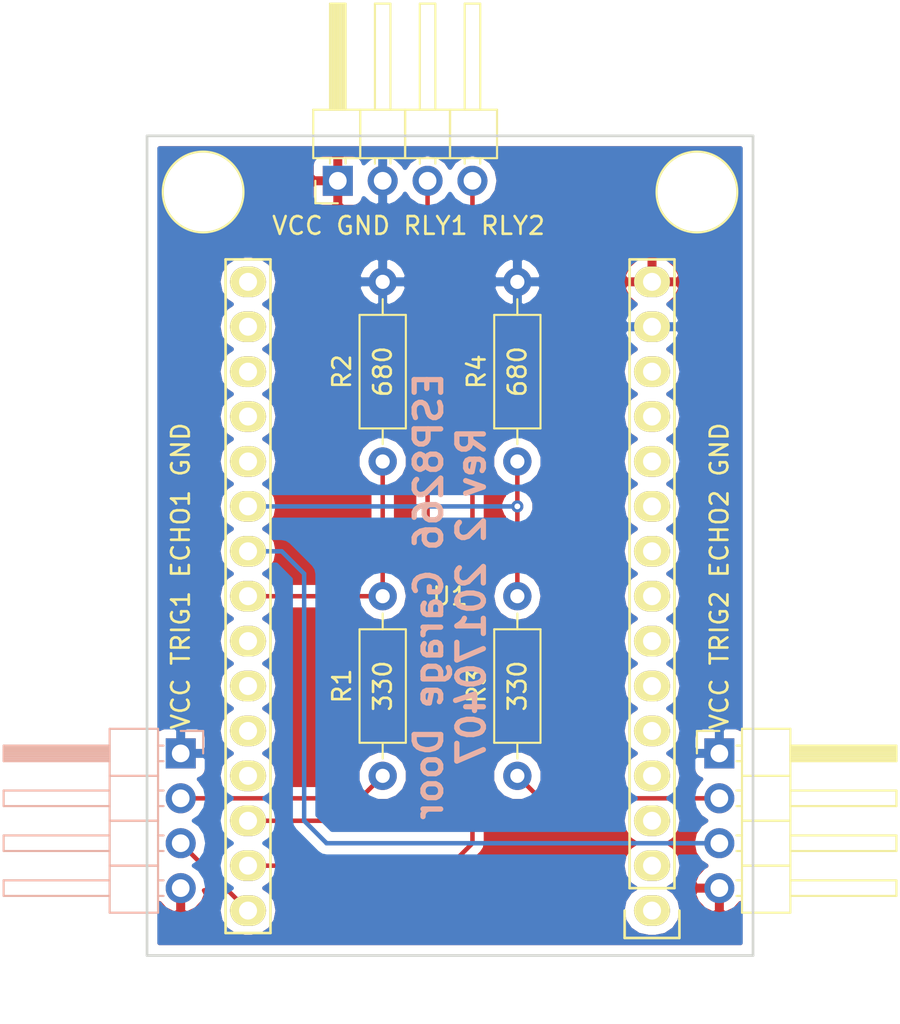
<source format=kicad_pcb>
(kicad_pcb (version 4) (host pcbnew 4.0.6-e0-6349~53~ubuntu16.04.1)

  (general
    (links 18)
    (no_connects 0)
    (area 120.330999 75.245999 171.769001 133.679001)
    (thickness 1.6002)
    (drawings 8)
    (tracks 30)
    (zones 0)
    (modules 10)
    (nets 33)
  )

  (page A4)
  (layers
    (0 F.Cu signal)
    (31 B.Cu signal)
    (34 B.Paste user)
    (35 F.Paste user)
    (36 B.SilkS user)
    (37 F.SilkS user)
    (38 B.Mask user)
    (39 F.Mask user)
    (44 Edge.Cuts user)
  )

  (setup
    (last_trace_width 0.254)
    (trace_clearance 0.254)
    (zone_clearance 0.508)
    (zone_45_only no)
    (trace_min 0.1524)
    (segment_width 0.2)
    (edge_width 0.15)
    (via_size 0.6858)
    (via_drill 0.3302)
    (via_min_size 0.6858)
    (via_min_drill 0.3302)
    (uvia_size 0.762)
    (uvia_drill 0.508)
    (uvias_allowed no)
    (uvia_min_size 0)
    (uvia_min_drill 0)
    (pcb_text_width 0.15)
    (pcb_text_size 1 1)
    (mod_edge_width 0.15)
    (mod_text_size 1 1)
    (mod_text_width 0.15)
    (pad_size 3.556 3.556)
    (pad_drill 3.556)
    (pad_to_mask_clearance 0.2)
    (aux_axis_origin 0 0)
    (visible_elements FFFFFF7F)
    (pcbplotparams
      (layerselection 0x00030_80000001)
      (usegerberextensions false)
      (excludeedgelayer true)
      (linewidth 0.100000)
      (plotframeref false)
      (viasonmask false)
      (mode 1)
      (useauxorigin false)
      (hpglpennumber 1)
      (hpglpenspeed 20)
      (hpglpendiameter 15)
      (hpglpenoverlay 2)
      (psnegative false)
      (psa4output false)
      (plotreference true)
      (plotvalue true)
      (plotinvisibletext false)
      (padsonsilk false)
      (subtractmaskfromsilk false)
      (outputformat 1)
      (mirror false)
      (drillshape 1)
      (scaleselection 1)
      (outputdirectory ""))
  )

  (net 0 "")
  (net 1 GND)
  (net 2 /RELAY2)
  (net 3 /RELAY1)
  (net 4 VCC)
  (net 5 /ECHO1_5V)
  (net 6 /TRIG1)
  (net 7 /ECHO1)
  (net 8 "Net-(U1-Pad1)")
  (net 9 "Net-(U1-Pad2)")
  (net 10 "Net-(U1-Pad3)")
  (net 11 "Net-(U1-Pad4)")
  (net 12 "Net-(U1-Pad5)")
  (net 13 "Net-(U1-Pad6)")
  (net 14 "Net-(U1-Pad7)")
  (net 15 "Net-(U1-Pad8)")
  (net 16 "Net-(U1-Pad9)")
  (net 17 "Net-(U1-Pad10)")
  (net 18 "Net-(U1-Pad11)")
  (net 19 "Net-(U1-Pad12)")
  (net 20 "Net-(U1-Pad13)")
  (net 21 "Net-(U1-Pad18)")
  (net 22 "Net-(U1-Pad17)")
  (net 23 "Net-(U1-Pad19)")
  (net 24 "Net-(U1-Pad25)")
  (net 25 "Net-(U1-Pad24)")
  (net 26 "Net-(U1-Pad16)")
  (net 27 "Net-(U1-Pad20)")
  (net 28 /ECHO2_5V)
  (net 29 /TRIG2)
  (net 30 /ECHO2)
  (net 31 "Net-(U1-Pad26)")
  (net 32 "Net-(U1-Pad27)")

  (net_class Default "This is the default net class."
    (clearance 0.254)
    (trace_width 0.254)
    (via_dia 0.6858)
    (via_drill 0.3302)
    (uvia_dia 0.762)
    (uvia_drill 0.508)
    (add_net /ECHO1)
    (add_net /ECHO1_5V)
    (add_net /ECHO2)
    (add_net /ECHO2_5V)
    (add_net /RELAY1)
    (add_net /RELAY2)
    (add_net /TRIG1)
    (add_net /TRIG2)
    (add_net GND)
    (add_net "Net-(U1-Pad1)")
    (add_net "Net-(U1-Pad10)")
    (add_net "Net-(U1-Pad11)")
    (add_net "Net-(U1-Pad12)")
    (add_net "Net-(U1-Pad13)")
    (add_net "Net-(U1-Pad16)")
    (add_net "Net-(U1-Pad17)")
    (add_net "Net-(U1-Pad18)")
    (add_net "Net-(U1-Pad19)")
    (add_net "Net-(U1-Pad2)")
    (add_net "Net-(U1-Pad20)")
    (add_net "Net-(U1-Pad24)")
    (add_net "Net-(U1-Pad25)")
    (add_net "Net-(U1-Pad26)")
    (add_net "Net-(U1-Pad27)")
    (add_net "Net-(U1-Pad3)")
    (add_net "Net-(U1-Pad4)")
    (add_net "Net-(U1-Pad5)")
    (add_net "Net-(U1-Pad6)")
    (add_net "Net-(U1-Pad7)")
    (add_net "Net-(U1-Pad8)")
    (add_net "Net-(U1-Pad9)")
    (add_net VCC)
  )

  (module nodemcu:NodeMCU_Amica_R2 (layer F.Cu) (tedit 58E8519A) (tstamp 58A000AB)
    (at 157.48 127 180)
    (descr "Through-hole-mounted NodeMCU 0.9")
    (tags nodemcu)
    (path /589FF896)
    (fp_text reference U1 (at 11.43 17.78 180) (layer F.SilkS)
      (effects (font (size 1 1) (thickness 0.15)))
    )
    (fp_text value NodeMCU_Amica_R2 (at 2.54 8.89 270) (layer F.Fab) hide
      (effects (font (size 2 2) (thickness 0.15)))
    )
    (fp_circle (center 0.108949 -4.318) (end 1.378949 -3.048) (layer F.CrtYd) (width 0.15))
    (fp_line (start 15.24 37.465) (end 15.24 42.545) (layer F.CrtYd) (width 0.15))
    (fp_line (start 7.62 37.465) (end 15.24 37.465) (layer F.CrtYd) (width 0.15))
    (fp_line (start 7.62 42.545) (end 7.62 37.465) (layer F.CrtYd) (width 0.15))
    (fp_line (start -1.905 42.545) (end -1.905 -6.35) (layer F.CrtYd) (width 0.15))
    (fp_line (start 24.765 42.545) (end -1.905 42.545) (layer F.CrtYd) (width 0.15))
    (fp_line (start 24.765 -6.35) (end 24.765 42.545) (layer F.CrtYd) (width 0.15))
    (fp_line (start -1.905 -6.35) (end 24.765 -6.35) (layer F.CrtYd) (width 0.15))
    (fp_line (start -1.27 1.27) (end -1.27 36.83) (layer F.SilkS) (width 0.15))
    (fp_line (start -1.27 36.83) (end 1.27 36.83) (layer F.SilkS) (width 0.15))
    (fp_line (start 1.27 36.83) (end 1.27 1.27) (layer F.SilkS) (width 0.15))
    (fp_line (start 1.55 -1.55) (end 1.55 0) (layer F.SilkS) (width 0.15))
    (fp_line (start 1.27 1.27) (end -1.27 1.27) (layer F.SilkS) (width 0.15))
    (fp_line (start -1.55 0) (end -1.55 -1.55) (layer F.SilkS) (width 0.15))
    (fp_line (start -1.55 -1.55) (end 1.55 -1.55) (layer F.SilkS) (width 0.15))
    (fp_line (start 21.59 36.83) (end 24.13 36.83) (layer F.SilkS) (width 0.15))
    (fp_line (start 21.59 -1.27) (end 21.59 36.83) (layer F.SilkS) (width 0.15))
    (fp_line (start 24.13 -1.27) (end 21.59 -1.27) (layer F.SilkS) (width 0.15))
    (fp_line (start 24.13 36.83) (end 24.13 -1.27) (layer F.SilkS) (width 0.15))
    (fp_circle (center 22.733 -4.318) (end 24.003 -3.048) (layer F.CrtYd) (width 0.15))
    (fp_circle (center 22.733 40.513) (end 24.003 41.783) (layer F.CrtYd) (width 0.15))
    (fp_circle (center 0.127 40.513) (end 1.397 41.783) (layer F.CrtYd) (width 0.15))
    (pad 1 thru_hole oval (at 0 0 180) (size 2.032 1.7272) (drill 1.016) (layers *.Cu *.Mask F.SilkS)
      (net 8 "Net-(U1-Pad1)"))
    (pad 2 thru_hole oval (at 0 2.54 180) (size 2.032 1.7272) (drill 1.016) (layers *.Cu *.Mask F.SilkS)
      (net 9 "Net-(U1-Pad2)"))
    (pad 3 thru_hole oval (at 0 5.08 180) (size 2.032 1.7272) (drill 1.016) (layers *.Cu *.Mask F.SilkS)
      (net 10 "Net-(U1-Pad3)"))
    (pad 4 thru_hole oval (at 0 7.62 180) (size 2.032 1.7272) (drill 1.016) (layers *.Cu *.Mask F.SilkS)
      (net 11 "Net-(U1-Pad4)"))
    (pad 5 thru_hole oval (at 0 10.16 180) (size 2.032 1.7272) (drill 1.016) (layers *.Cu *.Mask F.SilkS)
      (net 12 "Net-(U1-Pad5)"))
    (pad 6 thru_hole oval (at 0 12.7 180) (size 2.032 1.7272) (drill 1.016) (layers *.Cu *.Mask F.SilkS)
      (net 13 "Net-(U1-Pad6)"))
    (pad 7 thru_hole oval (at 0 15.24 180) (size 2.032 1.7272) (drill 1.016) (layers *.Cu *.Mask F.SilkS)
      (net 14 "Net-(U1-Pad7)"))
    (pad 8 thru_hole oval (at 0 17.78 180) (size 2.032 1.7272) (drill 1.016) (layers *.Cu *.Mask F.SilkS)
      (net 15 "Net-(U1-Pad8)"))
    (pad 9 thru_hole oval (at 0 20.32 180) (size 2.032 1.7272) (drill 1.016) (layers *.Cu *.Mask F.SilkS)
      (net 16 "Net-(U1-Pad9)"))
    (pad 10 thru_hole oval (at 0 22.86 180) (size 2.032 1.7272) (drill 1.016) (layers *.Cu *.Mask F.SilkS)
      (net 17 "Net-(U1-Pad10)"))
    (pad 11 thru_hole oval (at 0 25.4 180) (size 2.032 1.7272) (drill 1.016) (layers *.Cu *.Mask F.SilkS)
      (net 18 "Net-(U1-Pad11)"))
    (pad 12 thru_hole oval (at 0 27.94 180) (size 2.032 1.7272) (drill 1.016) (layers *.Cu *.Mask F.SilkS)
      (net 19 "Net-(U1-Pad12)"))
    (pad 13 thru_hole oval (at 0 30.48 180) (size 2.032 1.7272) (drill 1.016) (layers *.Cu *.Mask F.SilkS)
      (net 20 "Net-(U1-Pad13)"))
    (pad 14 thru_hole oval (at 0 33.02 180) (size 2.032 1.7272) (drill 1.016) (layers *.Cu *.Mask F.SilkS)
      (net 1 GND))
    (pad 15 thru_hole oval (at 0 35.56 180) (size 2.032 1.7272) (drill 1.016) (layers *.Cu *.Mask F.SilkS)
      (net 4 VCC))
    (pad 30 thru_hole oval (at 22.86 0 180) (size 2.032 1.7272) (drill 1.016) (layers *.Cu *.Mask F.SilkS)
      (net 6 /TRIG1))
    (pad 18 thru_hole oval (at 22.86 30.48 180) (size 2.032 1.7272) (drill 1.016) (layers *.Cu *.Mask F.SilkS)
      (net 21 "Net-(U1-Pad18)"))
    (pad 17 thru_hole oval (at 22.86 33.02 180) (size 2.032 1.7272) (drill 1.016) (layers *.Cu *.Mask F.SilkS)
      (net 22 "Net-(U1-Pad17)"))
    (pad 19 thru_hole oval (at 22.86 27.94 180) (size 2.032 1.7272) (drill 1.016) (layers *.Cu *.Mask F.SilkS)
      (net 23 "Net-(U1-Pad19)"))
    (pad 25 thru_hole oval (at 22.86 12.7 180) (size 2.032 1.7272) (drill 1.016) (layers *.Cu *.Mask F.SilkS)
      (net 24 "Net-(U1-Pad25)"))
    (pad 26 thru_hole oval (at 22.86 10.16 180) (size 2.032 1.7272) (drill 1.016) (layers *.Cu *.Mask F.SilkS)
      (net 31 "Net-(U1-Pad26)"))
    (pad 24 thru_hole oval (at 22.86 15.24 180) (size 2.032 1.7272) (drill 1.016) (layers *.Cu *.Mask F.SilkS)
      (net 25 "Net-(U1-Pad24)"))
    (pad 16 thru_hole oval (at 22.86 35.56 180) (size 2.032 1.7272) (drill 1.016) (layers *.Cu *.Mask F.SilkS)
      (net 26 "Net-(U1-Pad16)"))
    (pad 22 thru_hole oval (at 22.86 20.32 180) (size 2.032 1.7272) (drill 1.016) (layers *.Cu *.Mask F.SilkS)
      (net 29 /TRIG2))
    (pad 23 thru_hole oval (at 22.86 17.78 180) (size 2.032 1.7272) (drill 1.016) (layers *.Cu *.Mask F.SilkS)
      (net 7 /ECHO1))
    (pad 21 thru_hole oval (at 22.86 22.86 180) (size 2.032 1.7272) (drill 1.016) (layers *.Cu *.Mask F.SilkS)
      (net 30 /ECHO2))
    (pad 20 thru_hole oval (at 22.86 25.4 180) (size 2.032 1.7272) (drill 1.016) (layers *.Cu *.Mask F.SilkS)
      (net 27 "Net-(U1-Pad20)"))
    (pad 28 thru_hole oval (at 22.86 5.08 180) (size 2.032 1.7272) (drill 1.016) (layers *.Cu *.Mask F.SilkS)
      (net 3 /RELAY1))
    (pad 27 thru_hole oval (at 22.86 7.62 180) (size 2.032 1.7272) (drill 1.016) (layers *.Cu *.Mask F.SilkS)
      (net 32 "Net-(U1-Pad27)"))
    (pad 29 thru_hole oval (at 22.86 2.54 180) (size 2.032 1.7272) (drill 1.016) (layers *.Cu *.Mask F.SilkS)
      (net 2 /RELAY2))
  )

  (module Connectors:1pin (layer F.Cu) (tedit 58B79679) (tstamp 58A08E27)
    (at 132.08 86.36)
    (descr "module 1 pin (ou trou mecanique de percage)")
    (tags DEV)
    (fp_text reference REF** (at 0 -3.048) (layer F.SilkS) hide
      (effects (font (size 1 1) (thickness 0.15)))
    )
    (fp_text value 1pin (at 0 3) (layer F.Fab) hide
      (effects (font (size 1 1) (thickness 0.15)))
    )
    (fp_circle (center 0 0) (end 2 0.8) (layer F.Fab) (width 0.1))
    (fp_circle (center 0 0) (end 2.6 0) (layer F.CrtYd) (width 0.05))
    (fp_circle (center 0 0) (end 0 -2.286) (layer F.SilkS) (width 0.12))
    (pad "" np_thru_hole circle (at 0 0) (size 3.556 3.556) (drill 3.556) (layers *.Cu *.Mask))
  )

  (module Pin_Headers:Pin_Header_Angled_1x04_Pitch2.54mm (layer F.Cu) (tedit 58A006D2) (tstamp 589FFD0B)
    (at 139.7 85.725 90)
    (descr "Through hole angled pin header, 1x04, 2.54mm pitch, 6mm pin length, single row")
    (tags "Through hole angled pin header THT 1x04 2.54mm single row")
    (path /589FF11F)
    (fp_text reference PRL1 (at 1.27 -3.81 180) (layer F.SilkS) hide
      (effects (font (size 1 1) (thickness 0.15)))
    )
    (fp_text value CONN_01X04 (at 4.315 9.89 90) (layer F.Fab) hide
      (effects (font (size 1 1) (thickness 0.15)))
    )
    (fp_line (start 1.4 -1.27) (end 1.4 1.27) (layer F.Fab) (width 0.1))
    (fp_line (start 1.4 1.27) (end 3.9 1.27) (layer F.Fab) (width 0.1))
    (fp_line (start 3.9 1.27) (end 3.9 -1.27) (layer F.Fab) (width 0.1))
    (fp_line (start 3.9 -1.27) (end 1.4 -1.27) (layer F.Fab) (width 0.1))
    (fp_line (start 0 -0.32) (end 0 0.32) (layer F.Fab) (width 0.1))
    (fp_line (start 0 0.32) (end 9.9 0.32) (layer F.Fab) (width 0.1))
    (fp_line (start 9.9 0.32) (end 9.9 -0.32) (layer F.Fab) (width 0.1))
    (fp_line (start 9.9 -0.32) (end 0 -0.32) (layer F.Fab) (width 0.1))
    (fp_line (start 1.4 1.27) (end 1.4 3.81) (layer F.Fab) (width 0.1))
    (fp_line (start 1.4 3.81) (end 3.9 3.81) (layer F.Fab) (width 0.1))
    (fp_line (start 3.9 3.81) (end 3.9 1.27) (layer F.Fab) (width 0.1))
    (fp_line (start 3.9 1.27) (end 1.4 1.27) (layer F.Fab) (width 0.1))
    (fp_line (start 0 2.22) (end 0 2.86) (layer F.Fab) (width 0.1))
    (fp_line (start 0 2.86) (end 9.9 2.86) (layer F.Fab) (width 0.1))
    (fp_line (start 9.9 2.86) (end 9.9 2.22) (layer F.Fab) (width 0.1))
    (fp_line (start 9.9 2.22) (end 0 2.22) (layer F.Fab) (width 0.1))
    (fp_line (start 1.4 3.81) (end 1.4 6.35) (layer F.Fab) (width 0.1))
    (fp_line (start 1.4 6.35) (end 3.9 6.35) (layer F.Fab) (width 0.1))
    (fp_line (start 3.9 6.35) (end 3.9 3.81) (layer F.Fab) (width 0.1))
    (fp_line (start 3.9 3.81) (end 1.4 3.81) (layer F.Fab) (width 0.1))
    (fp_line (start 0 4.76) (end 0 5.4) (layer F.Fab) (width 0.1))
    (fp_line (start 0 5.4) (end 9.9 5.4) (layer F.Fab) (width 0.1))
    (fp_line (start 9.9 5.4) (end 9.9 4.76) (layer F.Fab) (width 0.1))
    (fp_line (start 9.9 4.76) (end 0 4.76) (layer F.Fab) (width 0.1))
    (fp_line (start 1.4 6.35) (end 1.4 8.89) (layer F.Fab) (width 0.1))
    (fp_line (start 1.4 8.89) (end 3.9 8.89) (layer F.Fab) (width 0.1))
    (fp_line (start 3.9 8.89) (end 3.9 6.35) (layer F.Fab) (width 0.1))
    (fp_line (start 3.9 6.35) (end 1.4 6.35) (layer F.Fab) (width 0.1))
    (fp_line (start 0 7.3) (end 0 7.94) (layer F.Fab) (width 0.1))
    (fp_line (start 0 7.94) (end 9.9 7.94) (layer F.Fab) (width 0.1))
    (fp_line (start 9.9 7.94) (end 9.9 7.3) (layer F.Fab) (width 0.1))
    (fp_line (start 9.9 7.3) (end 0 7.3) (layer F.Fab) (width 0.1))
    (fp_line (start 1.28 -1.39) (end 1.28 1.27) (layer F.SilkS) (width 0.12))
    (fp_line (start 1.28 1.27) (end 4.02 1.27) (layer F.SilkS) (width 0.12))
    (fp_line (start 4.02 1.27) (end 4.02 -1.39) (layer F.SilkS) (width 0.12))
    (fp_line (start 4.02 -1.39) (end 1.28 -1.39) (layer F.SilkS) (width 0.12))
    (fp_line (start 4.02 -0.44) (end 4.02 0.44) (layer F.SilkS) (width 0.12))
    (fp_line (start 4.02 0.44) (end 10.02 0.44) (layer F.SilkS) (width 0.12))
    (fp_line (start 10.02 0.44) (end 10.02 -0.44) (layer F.SilkS) (width 0.12))
    (fp_line (start 10.02 -0.44) (end 4.02 -0.44) (layer F.SilkS) (width 0.12))
    (fp_line (start 0.97 -0.44) (end 1.28 -0.44) (layer F.SilkS) (width 0.12))
    (fp_line (start 0.97 0.44) (end 1.28 0.44) (layer F.SilkS) (width 0.12))
    (fp_line (start 4.02 -0.32) (end 10.02 -0.32) (layer F.SilkS) (width 0.12))
    (fp_line (start 4.02 -0.2) (end 10.02 -0.2) (layer F.SilkS) (width 0.12))
    (fp_line (start 4.02 -0.08) (end 10.02 -0.08) (layer F.SilkS) (width 0.12))
    (fp_line (start 4.02 0.04) (end 10.02 0.04) (layer F.SilkS) (width 0.12))
    (fp_line (start 4.02 0.16) (end 10.02 0.16) (layer F.SilkS) (width 0.12))
    (fp_line (start 4.02 0.28) (end 10.02 0.28) (layer F.SilkS) (width 0.12))
    (fp_line (start 4.02 0.4) (end 10.02 0.4) (layer F.SilkS) (width 0.12))
    (fp_line (start 1.28 1.27) (end 1.28 3.81) (layer F.SilkS) (width 0.12))
    (fp_line (start 1.28 3.81) (end 4.02 3.81) (layer F.SilkS) (width 0.12))
    (fp_line (start 4.02 3.81) (end 4.02 1.27) (layer F.SilkS) (width 0.12))
    (fp_line (start 4.02 1.27) (end 1.28 1.27) (layer F.SilkS) (width 0.12))
    (fp_line (start 4.02 2.1) (end 4.02 2.98) (layer F.SilkS) (width 0.12))
    (fp_line (start 4.02 2.98) (end 10.02 2.98) (layer F.SilkS) (width 0.12))
    (fp_line (start 10.02 2.98) (end 10.02 2.1) (layer F.SilkS) (width 0.12))
    (fp_line (start 10.02 2.1) (end 4.02 2.1) (layer F.SilkS) (width 0.12))
    (fp_line (start 0.97 2.1) (end 1.28 2.1) (layer F.SilkS) (width 0.12))
    (fp_line (start 0.97 2.98) (end 1.28 2.98) (layer F.SilkS) (width 0.12))
    (fp_line (start 1.28 3.81) (end 1.28 6.35) (layer F.SilkS) (width 0.12))
    (fp_line (start 1.28 6.35) (end 4.02 6.35) (layer F.SilkS) (width 0.12))
    (fp_line (start 4.02 6.35) (end 4.02 3.81) (layer F.SilkS) (width 0.12))
    (fp_line (start 4.02 3.81) (end 1.28 3.81) (layer F.SilkS) (width 0.12))
    (fp_line (start 4.02 4.64) (end 4.02 5.52) (layer F.SilkS) (width 0.12))
    (fp_line (start 4.02 5.52) (end 10.02 5.52) (layer F.SilkS) (width 0.12))
    (fp_line (start 10.02 5.52) (end 10.02 4.64) (layer F.SilkS) (width 0.12))
    (fp_line (start 10.02 4.64) (end 4.02 4.64) (layer F.SilkS) (width 0.12))
    (fp_line (start 0.97 4.64) (end 1.28 4.64) (layer F.SilkS) (width 0.12))
    (fp_line (start 0.97 5.52) (end 1.28 5.52) (layer F.SilkS) (width 0.12))
    (fp_line (start 1.28 6.35) (end 1.28 9.01) (layer F.SilkS) (width 0.12))
    (fp_line (start 1.28 9.01) (end 4.02 9.01) (layer F.SilkS) (width 0.12))
    (fp_line (start 4.02 9.01) (end 4.02 6.35) (layer F.SilkS) (width 0.12))
    (fp_line (start 4.02 6.35) (end 1.28 6.35) (layer F.SilkS) (width 0.12))
    (fp_line (start 4.02 7.18) (end 4.02 8.06) (layer F.SilkS) (width 0.12))
    (fp_line (start 4.02 8.06) (end 10.02 8.06) (layer F.SilkS) (width 0.12))
    (fp_line (start 10.02 8.06) (end 10.02 7.18) (layer F.SilkS) (width 0.12))
    (fp_line (start 10.02 7.18) (end 4.02 7.18) (layer F.SilkS) (width 0.12))
    (fp_line (start 0.97 7.18) (end 1.28 7.18) (layer F.SilkS) (width 0.12))
    (fp_line (start 0.97 8.06) (end 1.28 8.06) (layer F.SilkS) (width 0.12))
    (fp_line (start -1.27 0) (end -1.27 -1.27) (layer F.SilkS) (width 0.12))
    (fp_line (start -1.27 -1.27) (end 0 -1.27) (layer F.SilkS) (width 0.12))
    (fp_line (start -1.6 -1.6) (end -1.6 9.2) (layer F.CrtYd) (width 0.05))
    (fp_line (start -1.6 9.2) (end 10.2 9.2) (layer F.CrtYd) (width 0.05))
    (fp_line (start 10.2 9.2) (end 10.2 -1.6) (layer F.CrtYd) (width 0.05))
    (fp_line (start 10.2 -1.6) (end -1.6 -1.6) (layer F.CrtYd) (width 0.05))
    (pad 1 thru_hole rect (at 0 0 90) (size 1.7 1.7) (drill 1) (layers *.Cu *.Mask)
      (net 4 VCC))
    (pad 2 thru_hole oval (at 0 2.54 90) (size 1.7 1.7) (drill 1) (layers *.Cu *.Mask)
      (net 1 GND))
    (pad 3 thru_hole oval (at 0 5.08 90) (size 1.7 1.7) (drill 1) (layers *.Cu *.Mask)
      (net 3 /RELAY1))
    (pad 4 thru_hole oval (at 0 7.62 90) (size 1.7 1.7) (drill 1) (layers *.Cu *.Mask)
      (net 2 /RELAY2))
    (model Pin_Headers.3dshapes/Pin_Header_Angled_1x04_Pitch2.54mm.wrl
      (at (xyz 0 -0.15 0))
      (scale (xyz 1 1 1))
      (rotate (xyz 0 0 90))
    )
  )

  (module Pin_Headers:Pin_Header_Angled_1x04_Pitch2.54mm (layer B.Cu) (tedit 58A00703) (tstamp 589FFD13)
    (at 130.81 118.11 180)
    (descr "Through hole angled pin header, 1x04, 2.54mm pitch, 6mm pin length, single row")
    (tags "Through hole angled pin header THT 1x04 2.54mm single row")
    (path /589FF086)
    (fp_text reference PU1 (at 1.27 -11.43 450) (layer B.SilkS) hide
      (effects (font (size 1 1) (thickness 0.15)) (justify mirror))
    )
    (fp_text value CONN_01X04 (at 4.315 -9.89 180) (layer B.Fab) hide
      (effects (font (size 1 1) (thickness 0.15)) (justify mirror))
    )
    (fp_line (start 1.4 1.27) (end 1.4 -1.27) (layer B.Fab) (width 0.1))
    (fp_line (start 1.4 -1.27) (end 3.9 -1.27) (layer B.Fab) (width 0.1))
    (fp_line (start 3.9 -1.27) (end 3.9 1.27) (layer B.Fab) (width 0.1))
    (fp_line (start 3.9 1.27) (end 1.4 1.27) (layer B.Fab) (width 0.1))
    (fp_line (start 0 0.32) (end 0 -0.32) (layer B.Fab) (width 0.1))
    (fp_line (start 0 -0.32) (end 9.9 -0.32) (layer B.Fab) (width 0.1))
    (fp_line (start 9.9 -0.32) (end 9.9 0.32) (layer B.Fab) (width 0.1))
    (fp_line (start 9.9 0.32) (end 0 0.32) (layer B.Fab) (width 0.1))
    (fp_line (start 1.4 -1.27) (end 1.4 -3.81) (layer B.Fab) (width 0.1))
    (fp_line (start 1.4 -3.81) (end 3.9 -3.81) (layer B.Fab) (width 0.1))
    (fp_line (start 3.9 -3.81) (end 3.9 -1.27) (layer B.Fab) (width 0.1))
    (fp_line (start 3.9 -1.27) (end 1.4 -1.27) (layer B.Fab) (width 0.1))
    (fp_line (start 0 -2.22) (end 0 -2.86) (layer B.Fab) (width 0.1))
    (fp_line (start 0 -2.86) (end 9.9 -2.86) (layer B.Fab) (width 0.1))
    (fp_line (start 9.9 -2.86) (end 9.9 -2.22) (layer B.Fab) (width 0.1))
    (fp_line (start 9.9 -2.22) (end 0 -2.22) (layer B.Fab) (width 0.1))
    (fp_line (start 1.4 -3.81) (end 1.4 -6.35) (layer B.Fab) (width 0.1))
    (fp_line (start 1.4 -6.35) (end 3.9 -6.35) (layer B.Fab) (width 0.1))
    (fp_line (start 3.9 -6.35) (end 3.9 -3.81) (layer B.Fab) (width 0.1))
    (fp_line (start 3.9 -3.81) (end 1.4 -3.81) (layer B.Fab) (width 0.1))
    (fp_line (start 0 -4.76) (end 0 -5.4) (layer B.Fab) (width 0.1))
    (fp_line (start 0 -5.4) (end 9.9 -5.4) (layer B.Fab) (width 0.1))
    (fp_line (start 9.9 -5.4) (end 9.9 -4.76) (layer B.Fab) (width 0.1))
    (fp_line (start 9.9 -4.76) (end 0 -4.76) (layer B.Fab) (width 0.1))
    (fp_line (start 1.4 -6.35) (end 1.4 -8.89) (layer B.Fab) (width 0.1))
    (fp_line (start 1.4 -8.89) (end 3.9 -8.89) (layer B.Fab) (width 0.1))
    (fp_line (start 3.9 -8.89) (end 3.9 -6.35) (layer B.Fab) (width 0.1))
    (fp_line (start 3.9 -6.35) (end 1.4 -6.35) (layer B.Fab) (width 0.1))
    (fp_line (start 0 -7.3) (end 0 -7.94) (layer B.Fab) (width 0.1))
    (fp_line (start 0 -7.94) (end 9.9 -7.94) (layer B.Fab) (width 0.1))
    (fp_line (start 9.9 -7.94) (end 9.9 -7.3) (layer B.Fab) (width 0.1))
    (fp_line (start 9.9 -7.3) (end 0 -7.3) (layer B.Fab) (width 0.1))
    (fp_line (start 1.28 1.39) (end 1.28 -1.27) (layer B.SilkS) (width 0.12))
    (fp_line (start 1.28 -1.27) (end 4.02 -1.27) (layer B.SilkS) (width 0.12))
    (fp_line (start 4.02 -1.27) (end 4.02 1.39) (layer B.SilkS) (width 0.12))
    (fp_line (start 4.02 1.39) (end 1.28 1.39) (layer B.SilkS) (width 0.12))
    (fp_line (start 4.02 0.44) (end 4.02 -0.44) (layer B.SilkS) (width 0.12))
    (fp_line (start 4.02 -0.44) (end 10.02 -0.44) (layer B.SilkS) (width 0.12))
    (fp_line (start 10.02 -0.44) (end 10.02 0.44) (layer B.SilkS) (width 0.12))
    (fp_line (start 10.02 0.44) (end 4.02 0.44) (layer B.SilkS) (width 0.12))
    (fp_line (start 0.97 0.44) (end 1.28 0.44) (layer B.SilkS) (width 0.12))
    (fp_line (start 0.97 -0.44) (end 1.28 -0.44) (layer B.SilkS) (width 0.12))
    (fp_line (start 4.02 0.32) (end 10.02 0.32) (layer B.SilkS) (width 0.12))
    (fp_line (start 4.02 0.2) (end 10.02 0.2) (layer B.SilkS) (width 0.12))
    (fp_line (start 4.02 0.08) (end 10.02 0.08) (layer B.SilkS) (width 0.12))
    (fp_line (start 4.02 -0.04) (end 10.02 -0.04) (layer B.SilkS) (width 0.12))
    (fp_line (start 4.02 -0.16) (end 10.02 -0.16) (layer B.SilkS) (width 0.12))
    (fp_line (start 4.02 -0.28) (end 10.02 -0.28) (layer B.SilkS) (width 0.12))
    (fp_line (start 4.02 -0.4) (end 10.02 -0.4) (layer B.SilkS) (width 0.12))
    (fp_line (start 1.28 -1.27) (end 1.28 -3.81) (layer B.SilkS) (width 0.12))
    (fp_line (start 1.28 -3.81) (end 4.02 -3.81) (layer B.SilkS) (width 0.12))
    (fp_line (start 4.02 -3.81) (end 4.02 -1.27) (layer B.SilkS) (width 0.12))
    (fp_line (start 4.02 -1.27) (end 1.28 -1.27) (layer B.SilkS) (width 0.12))
    (fp_line (start 4.02 -2.1) (end 4.02 -2.98) (layer B.SilkS) (width 0.12))
    (fp_line (start 4.02 -2.98) (end 10.02 -2.98) (layer B.SilkS) (width 0.12))
    (fp_line (start 10.02 -2.98) (end 10.02 -2.1) (layer B.SilkS) (width 0.12))
    (fp_line (start 10.02 -2.1) (end 4.02 -2.1) (layer B.SilkS) (width 0.12))
    (fp_line (start 0.97 -2.1) (end 1.28 -2.1) (layer B.SilkS) (width 0.12))
    (fp_line (start 0.97 -2.98) (end 1.28 -2.98) (layer B.SilkS) (width 0.12))
    (fp_line (start 1.28 -3.81) (end 1.28 -6.35) (layer B.SilkS) (width 0.12))
    (fp_line (start 1.28 -6.35) (end 4.02 -6.35) (layer B.SilkS) (width 0.12))
    (fp_line (start 4.02 -6.35) (end 4.02 -3.81) (layer B.SilkS) (width 0.12))
    (fp_line (start 4.02 -3.81) (end 1.28 -3.81) (layer B.SilkS) (width 0.12))
    (fp_line (start 4.02 -4.64) (end 4.02 -5.52) (layer B.SilkS) (width 0.12))
    (fp_line (start 4.02 -5.52) (end 10.02 -5.52) (layer B.SilkS) (width 0.12))
    (fp_line (start 10.02 -5.52) (end 10.02 -4.64) (layer B.SilkS) (width 0.12))
    (fp_line (start 10.02 -4.64) (end 4.02 -4.64) (layer B.SilkS) (width 0.12))
    (fp_line (start 0.97 -4.64) (end 1.28 -4.64) (layer B.SilkS) (width 0.12))
    (fp_line (start 0.97 -5.52) (end 1.28 -5.52) (layer B.SilkS) (width 0.12))
    (fp_line (start 1.28 -6.35) (end 1.28 -9.01) (layer B.SilkS) (width 0.12))
    (fp_line (start 1.28 -9.01) (end 4.02 -9.01) (layer B.SilkS) (width 0.12))
    (fp_line (start 4.02 -9.01) (end 4.02 -6.35) (layer B.SilkS) (width 0.12))
    (fp_line (start 4.02 -6.35) (end 1.28 -6.35) (layer B.SilkS) (width 0.12))
    (fp_line (start 4.02 -7.18) (end 4.02 -8.06) (layer B.SilkS) (width 0.12))
    (fp_line (start 4.02 -8.06) (end 10.02 -8.06) (layer B.SilkS) (width 0.12))
    (fp_line (start 10.02 -8.06) (end 10.02 -7.18) (layer B.SilkS) (width 0.12))
    (fp_line (start 10.02 -7.18) (end 4.02 -7.18) (layer B.SilkS) (width 0.12))
    (fp_line (start 0.97 -7.18) (end 1.28 -7.18) (layer B.SilkS) (width 0.12))
    (fp_line (start 0.97 -8.06) (end 1.28 -8.06) (layer B.SilkS) (width 0.12))
    (fp_line (start -1.27 0) (end -1.27 1.27) (layer B.SilkS) (width 0.12))
    (fp_line (start -1.27 1.27) (end 0 1.27) (layer B.SilkS) (width 0.12))
    (fp_line (start -1.6 1.6) (end -1.6 -9.2) (layer B.CrtYd) (width 0.05))
    (fp_line (start -1.6 -9.2) (end 10.2 -9.2) (layer B.CrtYd) (width 0.05))
    (fp_line (start 10.2 -9.2) (end 10.2 1.6) (layer B.CrtYd) (width 0.05))
    (fp_line (start 10.2 1.6) (end -1.6 1.6) (layer B.CrtYd) (width 0.05))
    (pad 1 thru_hole rect (at 0 0 180) (size 1.7 1.7) (drill 1) (layers *.Cu *.Mask)
      (net 1 GND))
    (pad 2 thru_hole oval (at 0 -2.54 180) (size 1.7 1.7) (drill 1) (layers *.Cu *.Mask)
      (net 5 /ECHO1_5V))
    (pad 3 thru_hole oval (at 0 -5.08 180) (size 1.7 1.7) (drill 1) (layers *.Cu *.Mask)
      (net 6 /TRIG1))
    (pad 4 thru_hole oval (at 0 -7.62 180) (size 1.7 1.7) (drill 1) (layers *.Cu *.Mask)
      (net 4 VCC))
    (model Pin_Headers.3dshapes/Pin_Header_Angled_1x04_Pitch2.54mm.wrl
      (at (xyz 0 -0.15 0))
      (scale (xyz 1 1 1))
      (rotate (xyz 0 0 90))
    )
  )

  (module Pin_Headers:Pin_Header_Angled_1x04_Pitch2.54mm (layer F.Cu) (tedit 58A00708) (tstamp 589FFD1B)
    (at 161.29 118.11)
    (descr "Through hole angled pin header, 1x04, 2.54mm pitch, 6mm pin length, single row")
    (tags "Through hole angled pin header THT 1x04 2.54mm single row")
    (path /589FFAC0)
    (fp_text reference PU2 (at 1.27 -3.81 90) (layer F.SilkS) hide
      (effects (font (size 1 1) (thickness 0.15)))
    )
    (fp_text value CONN_01X04 (at 4.315 9.89) (layer F.Fab) hide
      (effects (font (size 1 1) (thickness 0.15)))
    )
    (fp_line (start 1.4 -1.27) (end 1.4 1.27) (layer F.Fab) (width 0.1))
    (fp_line (start 1.4 1.27) (end 3.9 1.27) (layer F.Fab) (width 0.1))
    (fp_line (start 3.9 1.27) (end 3.9 -1.27) (layer F.Fab) (width 0.1))
    (fp_line (start 3.9 -1.27) (end 1.4 -1.27) (layer F.Fab) (width 0.1))
    (fp_line (start 0 -0.32) (end 0 0.32) (layer F.Fab) (width 0.1))
    (fp_line (start 0 0.32) (end 9.9 0.32) (layer F.Fab) (width 0.1))
    (fp_line (start 9.9 0.32) (end 9.9 -0.32) (layer F.Fab) (width 0.1))
    (fp_line (start 9.9 -0.32) (end 0 -0.32) (layer F.Fab) (width 0.1))
    (fp_line (start 1.4 1.27) (end 1.4 3.81) (layer F.Fab) (width 0.1))
    (fp_line (start 1.4 3.81) (end 3.9 3.81) (layer F.Fab) (width 0.1))
    (fp_line (start 3.9 3.81) (end 3.9 1.27) (layer F.Fab) (width 0.1))
    (fp_line (start 3.9 1.27) (end 1.4 1.27) (layer F.Fab) (width 0.1))
    (fp_line (start 0 2.22) (end 0 2.86) (layer F.Fab) (width 0.1))
    (fp_line (start 0 2.86) (end 9.9 2.86) (layer F.Fab) (width 0.1))
    (fp_line (start 9.9 2.86) (end 9.9 2.22) (layer F.Fab) (width 0.1))
    (fp_line (start 9.9 2.22) (end 0 2.22) (layer F.Fab) (width 0.1))
    (fp_line (start 1.4 3.81) (end 1.4 6.35) (layer F.Fab) (width 0.1))
    (fp_line (start 1.4 6.35) (end 3.9 6.35) (layer F.Fab) (width 0.1))
    (fp_line (start 3.9 6.35) (end 3.9 3.81) (layer F.Fab) (width 0.1))
    (fp_line (start 3.9 3.81) (end 1.4 3.81) (layer F.Fab) (width 0.1))
    (fp_line (start 0 4.76) (end 0 5.4) (layer F.Fab) (width 0.1))
    (fp_line (start 0 5.4) (end 9.9 5.4) (layer F.Fab) (width 0.1))
    (fp_line (start 9.9 5.4) (end 9.9 4.76) (layer F.Fab) (width 0.1))
    (fp_line (start 9.9 4.76) (end 0 4.76) (layer F.Fab) (width 0.1))
    (fp_line (start 1.4 6.35) (end 1.4 8.89) (layer F.Fab) (width 0.1))
    (fp_line (start 1.4 8.89) (end 3.9 8.89) (layer F.Fab) (width 0.1))
    (fp_line (start 3.9 8.89) (end 3.9 6.35) (layer F.Fab) (width 0.1))
    (fp_line (start 3.9 6.35) (end 1.4 6.35) (layer F.Fab) (width 0.1))
    (fp_line (start 0 7.3) (end 0 7.94) (layer F.Fab) (width 0.1))
    (fp_line (start 0 7.94) (end 9.9 7.94) (layer F.Fab) (width 0.1))
    (fp_line (start 9.9 7.94) (end 9.9 7.3) (layer F.Fab) (width 0.1))
    (fp_line (start 9.9 7.3) (end 0 7.3) (layer F.Fab) (width 0.1))
    (fp_line (start 1.28 -1.39) (end 1.28 1.27) (layer F.SilkS) (width 0.12))
    (fp_line (start 1.28 1.27) (end 4.02 1.27) (layer F.SilkS) (width 0.12))
    (fp_line (start 4.02 1.27) (end 4.02 -1.39) (layer F.SilkS) (width 0.12))
    (fp_line (start 4.02 -1.39) (end 1.28 -1.39) (layer F.SilkS) (width 0.12))
    (fp_line (start 4.02 -0.44) (end 4.02 0.44) (layer F.SilkS) (width 0.12))
    (fp_line (start 4.02 0.44) (end 10.02 0.44) (layer F.SilkS) (width 0.12))
    (fp_line (start 10.02 0.44) (end 10.02 -0.44) (layer F.SilkS) (width 0.12))
    (fp_line (start 10.02 -0.44) (end 4.02 -0.44) (layer F.SilkS) (width 0.12))
    (fp_line (start 0.97 -0.44) (end 1.28 -0.44) (layer F.SilkS) (width 0.12))
    (fp_line (start 0.97 0.44) (end 1.28 0.44) (layer F.SilkS) (width 0.12))
    (fp_line (start 4.02 -0.32) (end 10.02 -0.32) (layer F.SilkS) (width 0.12))
    (fp_line (start 4.02 -0.2) (end 10.02 -0.2) (layer F.SilkS) (width 0.12))
    (fp_line (start 4.02 -0.08) (end 10.02 -0.08) (layer F.SilkS) (width 0.12))
    (fp_line (start 4.02 0.04) (end 10.02 0.04) (layer F.SilkS) (width 0.12))
    (fp_line (start 4.02 0.16) (end 10.02 0.16) (layer F.SilkS) (width 0.12))
    (fp_line (start 4.02 0.28) (end 10.02 0.28) (layer F.SilkS) (width 0.12))
    (fp_line (start 4.02 0.4) (end 10.02 0.4) (layer F.SilkS) (width 0.12))
    (fp_line (start 1.28 1.27) (end 1.28 3.81) (layer F.SilkS) (width 0.12))
    (fp_line (start 1.28 3.81) (end 4.02 3.81) (layer F.SilkS) (width 0.12))
    (fp_line (start 4.02 3.81) (end 4.02 1.27) (layer F.SilkS) (width 0.12))
    (fp_line (start 4.02 1.27) (end 1.28 1.27) (layer F.SilkS) (width 0.12))
    (fp_line (start 4.02 2.1) (end 4.02 2.98) (layer F.SilkS) (width 0.12))
    (fp_line (start 4.02 2.98) (end 10.02 2.98) (layer F.SilkS) (width 0.12))
    (fp_line (start 10.02 2.98) (end 10.02 2.1) (layer F.SilkS) (width 0.12))
    (fp_line (start 10.02 2.1) (end 4.02 2.1) (layer F.SilkS) (width 0.12))
    (fp_line (start 0.97 2.1) (end 1.28 2.1) (layer F.SilkS) (width 0.12))
    (fp_line (start 0.97 2.98) (end 1.28 2.98) (layer F.SilkS) (width 0.12))
    (fp_line (start 1.28 3.81) (end 1.28 6.35) (layer F.SilkS) (width 0.12))
    (fp_line (start 1.28 6.35) (end 4.02 6.35) (layer F.SilkS) (width 0.12))
    (fp_line (start 4.02 6.35) (end 4.02 3.81) (layer F.SilkS) (width 0.12))
    (fp_line (start 4.02 3.81) (end 1.28 3.81) (layer F.SilkS) (width 0.12))
    (fp_line (start 4.02 4.64) (end 4.02 5.52) (layer F.SilkS) (width 0.12))
    (fp_line (start 4.02 5.52) (end 10.02 5.52) (layer F.SilkS) (width 0.12))
    (fp_line (start 10.02 5.52) (end 10.02 4.64) (layer F.SilkS) (width 0.12))
    (fp_line (start 10.02 4.64) (end 4.02 4.64) (layer F.SilkS) (width 0.12))
    (fp_line (start 0.97 4.64) (end 1.28 4.64) (layer F.SilkS) (width 0.12))
    (fp_line (start 0.97 5.52) (end 1.28 5.52) (layer F.SilkS) (width 0.12))
    (fp_line (start 1.28 6.35) (end 1.28 9.01) (layer F.SilkS) (width 0.12))
    (fp_line (start 1.28 9.01) (end 4.02 9.01) (layer F.SilkS) (width 0.12))
    (fp_line (start 4.02 9.01) (end 4.02 6.35) (layer F.SilkS) (width 0.12))
    (fp_line (start 4.02 6.35) (end 1.28 6.35) (layer F.SilkS) (width 0.12))
    (fp_line (start 4.02 7.18) (end 4.02 8.06) (layer F.SilkS) (width 0.12))
    (fp_line (start 4.02 8.06) (end 10.02 8.06) (layer F.SilkS) (width 0.12))
    (fp_line (start 10.02 8.06) (end 10.02 7.18) (layer F.SilkS) (width 0.12))
    (fp_line (start 10.02 7.18) (end 4.02 7.18) (layer F.SilkS) (width 0.12))
    (fp_line (start 0.97 7.18) (end 1.28 7.18) (layer F.SilkS) (width 0.12))
    (fp_line (start 0.97 8.06) (end 1.28 8.06) (layer F.SilkS) (width 0.12))
    (fp_line (start -1.27 0) (end -1.27 -1.27) (layer F.SilkS) (width 0.12))
    (fp_line (start -1.27 -1.27) (end 0 -1.27) (layer F.SilkS) (width 0.12))
    (fp_line (start -1.6 -1.6) (end -1.6 9.2) (layer F.CrtYd) (width 0.05))
    (fp_line (start -1.6 9.2) (end 10.2 9.2) (layer F.CrtYd) (width 0.05))
    (fp_line (start 10.2 9.2) (end 10.2 -1.6) (layer F.CrtYd) (width 0.05))
    (fp_line (start 10.2 -1.6) (end -1.6 -1.6) (layer F.CrtYd) (width 0.05))
    (pad 1 thru_hole rect (at 0 0) (size 1.7 1.7) (drill 1) (layers *.Cu *.Mask)
      (net 1 GND))
    (pad 2 thru_hole oval (at 0 2.54) (size 1.7 1.7) (drill 1) (layers *.Cu *.Mask)
      (net 28 /ECHO2_5V))
    (pad 3 thru_hole oval (at 0 5.08) (size 1.7 1.7) (drill 1) (layers *.Cu *.Mask)
      (net 29 /TRIG2))
    (pad 4 thru_hole oval (at 0 7.62) (size 1.7 1.7) (drill 1) (layers *.Cu *.Mask)
      (net 4 VCC))
    (model Pin_Headers.3dshapes/Pin_Header_Angled_1x04_Pitch2.54mm.wrl
      (at (xyz 0 -0.15 0))
      (scale (xyz 1 1 1))
      (rotate (xyz 0 0 90))
    )
  )

  (module Resistors_THT:R_Axial_DIN0207_L6.3mm_D2.5mm_P10.16mm_Horizontal (layer F.Cu) (tedit 58A08EDD) (tstamp 589FFF13)
    (at 142.24 119.38 90)
    (descr "Resistor, Axial_DIN0207 series, Axial, Horizontal, pin pitch=10.16mm, 0.25W = 1/4W, length*diameter=6.3*2.5mm^2, http://cdn-reichelt.de/documents/datenblatt/B400/1_4W%23YAG.pdf")
    (tags "Resistor Axial_DIN0207 series Axial Horizontal pin pitch 10.16mm 0.25W = 1/4W length 6.3mm diameter 2.5mm")
    (path /589FEE5B)
    (fp_text reference R1 (at 5.08 -2.31 90) (layer F.SilkS)
      (effects (font (size 1 1) (thickness 0.15)))
    )
    (fp_text value 330 (at 5.08 0 90) (layer F.SilkS)
      (effects (font (size 1 1) (thickness 0.15)))
    )
    (fp_line (start 1.93 -1.25) (end 1.93 1.25) (layer F.Fab) (width 0.1))
    (fp_line (start 1.93 1.25) (end 8.23 1.25) (layer F.Fab) (width 0.1))
    (fp_line (start 8.23 1.25) (end 8.23 -1.25) (layer F.Fab) (width 0.1))
    (fp_line (start 8.23 -1.25) (end 1.93 -1.25) (layer F.Fab) (width 0.1))
    (fp_line (start 0 0) (end 1.93 0) (layer F.Fab) (width 0.1))
    (fp_line (start 10.16 0) (end 8.23 0) (layer F.Fab) (width 0.1))
    (fp_line (start 1.87 -1.31) (end 1.87 1.31) (layer F.SilkS) (width 0.12))
    (fp_line (start 1.87 1.31) (end 8.29 1.31) (layer F.SilkS) (width 0.12))
    (fp_line (start 8.29 1.31) (end 8.29 -1.31) (layer F.SilkS) (width 0.12))
    (fp_line (start 8.29 -1.31) (end 1.87 -1.31) (layer F.SilkS) (width 0.12))
    (fp_line (start 0.98 0) (end 1.87 0) (layer F.SilkS) (width 0.12))
    (fp_line (start 9.18 0) (end 8.29 0) (layer F.SilkS) (width 0.12))
    (fp_line (start -1.05 -1.6) (end -1.05 1.6) (layer F.CrtYd) (width 0.05))
    (fp_line (start -1.05 1.6) (end 11.25 1.6) (layer F.CrtYd) (width 0.05))
    (fp_line (start 11.25 1.6) (end 11.25 -1.6) (layer F.CrtYd) (width 0.05))
    (fp_line (start 11.25 -1.6) (end -1.05 -1.6) (layer F.CrtYd) (width 0.05))
    (pad 1 thru_hole circle (at 0 0 90) (size 1.6 1.6) (drill 0.8) (layers *.Cu *.Mask)
      (net 5 /ECHO1_5V))
    (pad 2 thru_hole oval (at 10.16 0 90) (size 1.6 1.6) (drill 0.8) (layers *.Cu *.Mask)
      (net 7 /ECHO1))
    (model Resistors_ThroughHole.3dshapes/R_Axial_DIN0207_L6.3mm_D2.5mm_P10.16mm_Horizontal.wrl
      (at (xyz 0 0 0))
      (scale (xyz 0.393701 0.393701 0.393701))
      (rotate (xyz 0 0 0))
    )
  )

  (module Resistors_THT:R_Axial_DIN0207_L6.3mm_D2.5mm_P10.16mm_Horizontal (layer F.Cu) (tedit 58A08E81) (tstamp 589FFF18)
    (at 142.24 101.6 90)
    (descr "Resistor, Axial_DIN0207 series, Axial, Horizontal, pin pitch=10.16mm, 0.25W = 1/4W, length*diameter=6.3*2.5mm^2, http://cdn-reichelt.de/documents/datenblatt/B400/1_4W%23YAG.pdf")
    (tags "Resistor Axial_DIN0207 series Axial Horizontal pin pitch 10.16mm 0.25W = 1/4W length 6.3mm diameter 2.5mm")
    (path /589FEE8C)
    (fp_text reference R2 (at 5.08 -2.31 90) (layer F.SilkS)
      (effects (font (size 1 1) (thickness 0.15)))
    )
    (fp_text value 680 (at 5.08 0 90) (layer F.SilkS)
      (effects (font (size 1 1) (thickness 0.15)))
    )
    (fp_line (start 1.93 -1.25) (end 1.93 1.25) (layer F.Fab) (width 0.1))
    (fp_line (start 1.93 1.25) (end 8.23 1.25) (layer F.Fab) (width 0.1))
    (fp_line (start 8.23 1.25) (end 8.23 -1.25) (layer F.Fab) (width 0.1))
    (fp_line (start 8.23 -1.25) (end 1.93 -1.25) (layer F.Fab) (width 0.1))
    (fp_line (start 0 0) (end 1.93 0) (layer F.Fab) (width 0.1))
    (fp_line (start 10.16 0) (end 8.23 0) (layer F.Fab) (width 0.1))
    (fp_line (start 1.87 -1.31) (end 1.87 1.31) (layer F.SilkS) (width 0.12))
    (fp_line (start 1.87 1.31) (end 8.29 1.31) (layer F.SilkS) (width 0.12))
    (fp_line (start 8.29 1.31) (end 8.29 -1.31) (layer F.SilkS) (width 0.12))
    (fp_line (start 8.29 -1.31) (end 1.87 -1.31) (layer F.SilkS) (width 0.12))
    (fp_line (start 0.98 0) (end 1.87 0) (layer F.SilkS) (width 0.12))
    (fp_line (start 9.18 0) (end 8.29 0) (layer F.SilkS) (width 0.12))
    (fp_line (start -1.05 -1.6) (end -1.05 1.6) (layer F.CrtYd) (width 0.05))
    (fp_line (start -1.05 1.6) (end 11.25 1.6) (layer F.CrtYd) (width 0.05))
    (fp_line (start 11.25 1.6) (end 11.25 -1.6) (layer F.CrtYd) (width 0.05))
    (fp_line (start 11.25 -1.6) (end -1.05 -1.6) (layer F.CrtYd) (width 0.05))
    (pad 1 thru_hole circle (at 0 0 90) (size 1.6 1.6) (drill 0.8) (layers *.Cu *.Mask)
      (net 7 /ECHO1))
    (pad 2 thru_hole oval (at 10.16 0 90) (size 1.6 1.6) (drill 0.8) (layers *.Cu *.Mask)
      (net 1 GND))
    (model Resistors_ThroughHole.3dshapes/R_Axial_DIN0207_L6.3mm_D2.5mm_P10.16mm_Horizontal.wrl
      (at (xyz 0 0 0))
      (scale (xyz 0.393701 0.393701 0.393701))
      (rotate (xyz 0 0 0))
    )
  )

  (module Resistors_THT:R_Axial_DIN0207_L6.3mm_D2.5mm_P10.16mm_Horizontal (layer F.Cu) (tedit 58A08EAC) (tstamp 589FFF1D)
    (at 149.86 119.38 90)
    (descr "Resistor, Axial_DIN0207 series, Axial, Horizontal, pin pitch=10.16mm, 0.25W = 1/4W, length*diameter=6.3*2.5mm^2, http://cdn-reichelt.de/documents/datenblatt/B400/1_4W%23YAG.pdf")
    (tags "Resistor Axial_DIN0207 series Axial Horizontal pin pitch 10.16mm 0.25W = 1/4W length 6.3mm diameter 2.5mm")
    (path /589FFAB2)
    (fp_text reference R3 (at 5.08 -2.31 90) (layer F.SilkS)
      (effects (font (size 1 1) (thickness 0.15)))
    )
    (fp_text value 330 (at 5.08 0 90) (layer F.SilkS)
      (effects (font (size 1 1) (thickness 0.15)))
    )
    (fp_line (start 1.93 -1.25) (end 1.93 1.25) (layer F.Fab) (width 0.1))
    (fp_line (start 1.93 1.25) (end 8.23 1.25) (layer F.Fab) (width 0.1))
    (fp_line (start 8.23 1.25) (end 8.23 -1.25) (layer F.Fab) (width 0.1))
    (fp_line (start 8.23 -1.25) (end 1.93 -1.25) (layer F.Fab) (width 0.1))
    (fp_line (start 0 0) (end 1.93 0) (layer F.Fab) (width 0.1))
    (fp_line (start 10.16 0) (end 8.23 0) (layer F.Fab) (width 0.1))
    (fp_line (start 1.87 -1.31) (end 1.87 1.31) (layer F.SilkS) (width 0.12))
    (fp_line (start 1.87 1.31) (end 8.29 1.31) (layer F.SilkS) (width 0.12))
    (fp_line (start 8.29 1.31) (end 8.29 -1.31) (layer F.SilkS) (width 0.12))
    (fp_line (start 8.29 -1.31) (end 1.87 -1.31) (layer F.SilkS) (width 0.12))
    (fp_line (start 0.98 0) (end 1.87 0) (layer F.SilkS) (width 0.12))
    (fp_line (start 9.18 0) (end 8.29 0) (layer F.SilkS) (width 0.12))
    (fp_line (start -1.05 -1.6) (end -1.05 1.6) (layer F.CrtYd) (width 0.05))
    (fp_line (start -1.05 1.6) (end 11.25 1.6) (layer F.CrtYd) (width 0.05))
    (fp_line (start 11.25 1.6) (end 11.25 -1.6) (layer F.CrtYd) (width 0.05))
    (fp_line (start 11.25 -1.6) (end -1.05 -1.6) (layer F.CrtYd) (width 0.05))
    (pad 1 thru_hole circle (at 0 0 90) (size 1.6 1.6) (drill 0.8) (layers *.Cu *.Mask)
      (net 28 /ECHO2_5V))
    (pad 2 thru_hole oval (at 10.16 0 90) (size 1.6 1.6) (drill 0.8) (layers *.Cu *.Mask)
      (net 30 /ECHO2))
    (model Resistors_ThroughHole.3dshapes/R_Axial_DIN0207_L6.3mm_D2.5mm_P10.16mm_Horizontal.wrl
      (at (xyz 0 0 0))
      (scale (xyz 0.393701 0.393701 0.393701))
      (rotate (xyz 0 0 0))
    )
  )

  (module Resistors_THT:R_Axial_DIN0207_L6.3mm_D2.5mm_P10.16mm_Horizontal (layer F.Cu) (tedit 58B650CC) (tstamp 589FFF22)
    (at 149.86 101.6 90)
    (descr "Resistor, Axial_DIN0207 series, Axial, Horizontal, pin pitch=10.16mm, 0.25W = 1/4W, length*diameter=6.3*2.5mm^2, http://cdn-reichelt.de/documents/datenblatt/B400/1_4W%23YAG.pdf")
    (tags "Resistor Axial_DIN0207 series Axial Horizontal pin pitch 10.16mm 0.25W = 1/4W length 6.3mm diameter 2.5mm")
    (path /589FFAB8)
    (fp_text reference R4 (at 5.08 -2.31 90) (layer F.SilkS)
      (effects (font (size 1 1) (thickness 0.15)))
    )
    (fp_text value 680 (at 5.08 0 90) (layer F.SilkS)
      (effects (font (size 1 1) (thickness 0.15)))
    )
    (fp_line (start 1.93 -1.25) (end 1.93 1.25) (layer F.Fab) (width 0.1))
    (fp_line (start 1.93 1.25) (end 8.23 1.25) (layer F.Fab) (width 0.1))
    (fp_line (start 8.23 1.25) (end 8.23 -1.25) (layer F.Fab) (width 0.1))
    (fp_line (start 8.23 -1.25) (end 1.93 -1.25) (layer F.Fab) (width 0.1))
    (fp_line (start 0 0) (end 1.93 0) (layer F.Fab) (width 0.1))
    (fp_line (start 10.16 0) (end 8.23 0) (layer F.Fab) (width 0.1))
    (fp_line (start 1.87 -1.31) (end 1.87 1.31) (layer F.SilkS) (width 0.12))
    (fp_line (start 1.87 1.31) (end 8.29 1.31) (layer F.SilkS) (width 0.12))
    (fp_line (start 8.29 1.31) (end 8.29 -1.31) (layer F.SilkS) (width 0.12))
    (fp_line (start 8.29 -1.31) (end 1.87 -1.31) (layer F.SilkS) (width 0.12))
    (fp_line (start 0.98 0) (end 1.87 0) (layer F.SilkS) (width 0.12))
    (fp_line (start 9.18 0) (end 8.29 0) (layer F.SilkS) (width 0.12))
    (fp_line (start -1.05 -1.6) (end -1.05 1.6) (layer F.CrtYd) (width 0.05))
    (fp_line (start -1.05 1.6) (end 11.25 1.6) (layer F.CrtYd) (width 0.05))
    (fp_line (start 11.25 1.6) (end 11.25 -1.6) (layer F.CrtYd) (width 0.05))
    (fp_line (start 11.25 -1.6) (end -1.05 -1.6) (layer F.CrtYd) (width 0.05))
    (pad 1 thru_hole circle (at 0 0 90) (size 1.6 1.6) (drill 0.8) (layers *.Cu *.Mask)
      (net 30 /ECHO2))
    (pad 2 thru_hole oval (at 10.16 0 90) (size 1.6 1.6) (drill 0.8) (layers *.Cu *.Mask)
      (net 1 GND))
    (model Resistors_ThroughHole.3dshapes/R_Axial_DIN0207_L6.3mm_D2.5mm_P10.16mm_Horizontal.wrl
      (at (xyz 0 0 0))
      (scale (xyz 0.393701 0.393701 0.393701))
      (rotate (xyz 0 0 0))
    )
  )

  (module Connectors:1pin (layer F.Cu) (tedit 58B7964C) (tstamp 58A08DE0)
    (at 160.02 86.36)
    (descr "module 1 pin (ou trou mecanique de percage)")
    (tags DEV)
    (fp_text reference REF** (at 0 -3.048) (layer F.SilkS) hide
      (effects (font (size 1 1) (thickness 0.15)))
    )
    (fp_text value 1pin (at 0 3) (layer F.Fab) hide
      (effects (font (size 1 1) (thickness 0.15)))
    )
    (fp_circle (center 0 0) (end 2 0.8) (layer F.Fab) (width 0.1))
    (fp_circle (center 0 0) (end 2.6 0) (layer F.CrtYd) (width 0.05))
    (fp_circle (center 0 0) (end 0 -2.286) (layer F.SilkS) (width 0.12))
    (pad "" np_thru_hole circle (at 0 0) (size 3.556 3.556) (drill 3.556) (layers *.Cu *.Mask))
  )

  (gr_text "VCC TRIG1 ECHO1 GND" (at 130.81 116.84 90) (layer F.SilkS)
    (effects (font (size 1 1) (thickness 0.15)) (justify left))
  )
  (gr_text "ESP8266 Garage Door\nRev 2 20170407" (at 146.05 109.22 90) (layer B.SilkS)
    (effects (font (size 1.5 1.5) (thickness 0.3)) (justify mirror))
  )
  (gr_text "VCC TRIG2 ECHO2 GND" (at 161.29 116.84 90) (layer F.SilkS)
    (effects (font (size 1 1) (thickness 0.15)) (justify left))
  )
  (gr_text "VCC GND RLY1 RLY2" (at 135.89 88.265) (layer F.SilkS)
    (effects (font (size 1 1) (thickness 0.15)) (justify left))
  )
  (gr_line (start 128.905 129.54) (end 128.905 83.185) (angle 90) (layer Edge.Cuts) (width 0.15))
  (gr_line (start 163.195 129.54) (end 128.905 129.54) (angle 90) (layer Edge.Cuts) (width 0.15))
  (gr_line (start 163.195 83.185) (end 163.195 129.54) (angle 90) (layer Edge.Cuts) (width 0.15))
  (gr_line (start 128.905 83.185) (end 163.195 83.185) (angle 90) (layer Edge.Cuts) (width 0.15))

  (segment (start 147.32 123.19) (end 146.05 124.46) (width 0.254) (layer F.Cu) (net 2))
  (segment (start 147.32 85.09) (end 147.32 123.19) (width 0.254) (layer F.Cu) (net 2) (tstamp 58E85304) (status 10))
  (segment (start 147.32 85.09) (end 147.32 85.09) (width 0.254) (layer F.Cu) (net 2) (status 30))
  (segment (start 146.05 124.46) (end 134.62 124.46) (width 0.254) (layer F.Cu) (net 2) (tstamp 58E85329))
  (segment (start 144.78 85.09) (end 144.78 85.09) (width 0.254) (layer F.Cu) (net 3) (status 30))
  (segment (start 143.51 121.92) (end 134.62 121.92) (width 0.254) (layer F.Cu) (net 3) (tstamp 58E85325))
  (segment (start 144.78 120.65) (end 143.51 121.92) (width 0.254) (layer F.Cu) (net 3) (tstamp 58E85323))
  (segment (start 144.78 85.09) (end 144.78 120.65) (width 0.254) (layer F.Cu) (net 3) (tstamp 58E85322) (status 10))
  (segment (start 142.24 119.38) (end 140.97 120.65) (width 0.254) (layer F.Cu) (net 5))
  (segment (start 140.97 120.65) (end 130.81 120.65) (width 0.254) (layer F.Cu) (net 5) (tstamp 58E862A5))
  (segment (start 134.62 127) (end 130.81 123.19) (width 0.254) (layer F.Cu) (net 6))
  (segment (start 134.62 109.22) (end 142.24 109.22) (width 0.254) (layer F.Cu) (net 7))
  (segment (start 142.24 101.6) (end 142.24 109.22) (width 0.254) (layer F.Cu) (net 7) (status 20))
  (segment (start 142.24 109.22) (end 142.24 109.22) (width 0.254) (layer F.Cu) (net 7) (tstamp 58E86248) (status 20))
  (segment (start 142.24 109.22) (end 142.24 109.22) (width 0.254) (layer F.Cu) (net 7) (tstamp 58A01074) (status 30))
  (segment (start 151.13 120.65) (end 149.86 119.38) (width 0.254) (layer F.Cu) (net 28))
  (segment (start 151.13 120.65) (end 161.29 120.65) (width 0.254) (layer F.Cu) (net 28) (tstamp 58A0035C) (status 20))
  (segment (start 151.13 120.65) (end 151.13 120.65) (width 0.254) (layer F.Cu) (net 28) (tstamp 58A00359))
  (segment (start 160.02 123.19) (end 139.065 123.19) (width 0.254) (layer B.Cu) (net 29) (tstamp 58A004B6))
  (segment (start 137.795 107.95) (end 136.525 106.68) (width 0.254) (layer B.Cu) (net 29) (tstamp 58A004BE))
  (segment (start 134.62 106.68) (end 136.525 106.68) (width 0.254) (layer B.Cu) (net 29) (tstamp 58A004BF) (status 10))
  (segment (start 160.02 123.19) (end 161.29 123.19) (width 0.254) (layer B.Cu) (net 29) (status 20))
  (segment (start 137.795 121.92) (end 137.795 107.95) (width 0.254) (layer B.Cu) (net 29) (tstamp 58A0050B))
  (segment (start 139.065 123.19) (end 139.065 123.19) (width 0.254) (layer B.Cu) (net 29) (tstamp 58A00506))
  (segment (start 139.065 123.19) (end 137.795 121.92) (width 0.254) (layer B.Cu) (net 29) (tstamp 58E85183))
  (segment (start 149.86 104.14) (end 149.86 109.22) (width 0.254) (layer F.Cu) (net 30) (status 20))
  (segment (start 149.86 109.22) (end 149.86 109.22) (width 0.254) (layer F.Cu) (net 30) (tstamp 58A0107A) (status 30))
  (via (at 149.86 104.14) (size 0.6858) (drill 0.3302) (layers F.Cu B.Cu) (net 30))
  (segment (start 134.62 104.14) (end 149.86 104.14) (width 0.254) (layer B.Cu) (net 30) (status 10))
  (segment (start 149.86 101.6) (end 149.86 104.14) (width 0.254) (layer F.Cu) (net 30) (status 10))

  (zone (net 4) (net_name VCC) (layer F.Cu) (tstamp 58A008CB) (hatch edge 0.508)
    (connect_pads (clearance 0.508))
    (min_thickness 0.254)
    (fill yes (arc_segments 16) (thermal_gap 0.508) (thermal_bridge_width 0.508))
    (polygon
      (pts
        (xy 163.195 129.54) (xy 128.905 129.54) (xy 128.905 83.185) (xy 163.195 83.185)
      )
    )
    (filled_polygon
      (pts
        (xy 162.485 116.727188) (xy 162.39189 116.663569) (xy 162.14 116.61256) (xy 160.44 116.61256) (xy 160.204683 116.656838)
        (xy 159.988559 116.79591) (xy 159.843569 117.00811) (xy 159.79256 117.26) (xy 159.79256 118.96) (xy 159.836838 119.195317)
        (xy 159.97591 119.411441) (xy 160.18811 119.556431) (xy 160.255541 119.570086) (xy 160.210853 119.599946) (xy 160.018382 119.888)
        (xy 159.062298 119.888) (xy 159.163345 119.38) (xy 159.049271 118.806511) (xy 158.724415 118.32033) (xy 158.409634 118.11)
        (xy 158.724415 117.89967) (xy 159.049271 117.413489) (xy 159.163345 116.84) (xy 159.049271 116.266511) (xy 158.724415 115.78033)
        (xy 158.409634 115.57) (xy 158.724415 115.35967) (xy 159.049271 114.873489) (xy 159.163345 114.3) (xy 159.049271 113.726511)
        (xy 158.724415 113.24033) (xy 158.409634 113.03) (xy 158.724415 112.81967) (xy 159.049271 112.333489) (xy 159.163345 111.76)
        (xy 159.049271 111.186511) (xy 158.724415 110.70033) (xy 158.409634 110.49) (xy 158.724415 110.27967) (xy 159.049271 109.793489)
        (xy 159.163345 109.22) (xy 159.049271 108.646511) (xy 158.724415 108.16033) (xy 158.409634 107.95) (xy 158.724415 107.73967)
        (xy 159.049271 107.253489) (xy 159.163345 106.68) (xy 159.049271 106.106511) (xy 158.724415 105.62033) (xy 158.409634 105.41)
        (xy 158.724415 105.19967) (xy 159.049271 104.713489) (xy 159.163345 104.14) (xy 159.049271 103.566511) (xy 158.724415 103.08033)
        (xy 158.409634 102.87) (xy 158.724415 102.65967) (xy 159.049271 102.173489) (xy 159.163345 101.6) (xy 159.049271 101.026511)
        (xy 158.724415 100.54033) (xy 158.409634 100.33) (xy 158.724415 100.11967) (xy 159.049271 99.633489) (xy 159.163345 99.06)
        (xy 159.049271 98.486511) (xy 158.724415 98.00033) (xy 158.409634 97.79) (xy 158.724415 97.57967) (xy 159.049271 97.093489)
        (xy 159.163345 96.52) (xy 159.049271 95.946511) (xy 158.724415 95.46033) (xy 158.409634 95.25) (xy 158.724415 95.03967)
        (xy 159.049271 94.553489) (xy 159.163345 93.98) (xy 159.049271 93.406511) (xy 158.724415 92.92033) (xy 158.414931 92.713539)
        (xy 158.830732 92.342036) (xy 159.084709 91.814791) (xy 159.087358 91.799026) (xy 158.966217 91.567) (xy 157.607 91.567)
        (xy 157.607 91.587) (xy 157.353 91.587) (xy 157.353 91.567) (xy 155.993783 91.567) (xy 155.872642 91.799026)
        (xy 155.875291 91.814791) (xy 156.129268 92.342036) (xy 156.545069 92.713539) (xy 156.235585 92.92033) (xy 155.910729 93.406511)
        (xy 155.796655 93.98) (xy 155.910729 94.553489) (xy 156.235585 95.03967) (xy 156.550366 95.25) (xy 156.235585 95.46033)
        (xy 155.910729 95.946511) (xy 155.796655 96.52) (xy 155.910729 97.093489) (xy 156.235585 97.57967) (xy 156.550366 97.79)
        (xy 156.235585 98.00033) (xy 155.910729 98.486511) (xy 155.796655 99.06) (xy 155.910729 99.633489) (xy 156.235585 100.11967)
        (xy 156.550366 100.33) (xy 156.235585 100.54033) (xy 155.910729 101.026511) (xy 155.796655 101.6) (xy 155.910729 102.173489)
        (xy 156.235585 102.65967) (xy 156.550366 102.87) (xy 156.235585 103.08033) (xy 155.910729 103.566511) (xy 155.796655 104.14)
        (xy 155.910729 104.713489) (xy 156.235585 105.19967) (xy 156.550366 105.41) (xy 156.235585 105.62033) (xy 155.910729 106.106511)
        (xy 155.796655 106.68) (xy 155.910729 107.253489) (xy 156.235585 107.73967) (xy 156.550366 107.95) (xy 156.235585 108.16033)
        (xy 155.910729 108.646511) (xy 155.796655 109.22) (xy 155.910729 109.793489) (xy 156.235585 110.27967) (xy 156.550366 110.49)
        (xy 156.235585 110.70033) (xy 155.910729 111.186511) (xy 155.796655 111.76) (xy 155.910729 112.333489) (xy 156.235585 112.81967)
        (xy 156.550366 113.03) (xy 156.235585 113.24033) (xy 155.910729 113.726511) (xy 155.796655 114.3) (xy 155.910729 114.873489)
        (xy 156.235585 115.35967) (xy 156.550366 115.57) (xy 156.235585 115.78033) (xy 155.910729 116.266511) (xy 155.796655 116.84)
        (xy 155.910729 117.413489) (xy 156.235585 117.89967) (xy 156.550366 118.11) (xy 156.235585 118.32033) (xy 155.910729 118.806511)
        (xy 155.796655 119.38) (xy 155.897702 119.888) (xy 151.445631 119.888) (xy 151.274086 119.716455) (xy 151.29475 119.666691)
        (xy 151.295248 119.095813) (xy 151.077243 118.5682) (xy 150.673923 118.164176) (xy 150.146691 117.94525) (xy 149.575813 117.944752)
        (xy 149.0482 118.162757) (xy 148.644176 118.566077) (xy 148.42525 119.093309) (xy 148.424752 119.664187) (xy 148.642757 120.1918)
        (xy 149.046077 120.595824) (xy 149.573309 120.81475) (xy 150.144187 120.815248) (xy 150.196148 120.793778) (xy 150.591184 121.188815)
        (xy 150.827193 121.346511) (xy 150.838395 121.353996) (xy 151.13 121.412) (xy 155.897702 121.412) (xy 155.796655 121.92)
        (xy 155.910729 122.493489) (xy 156.235585 122.97967) (xy 156.550366 123.19) (xy 156.235585 123.40033) (xy 155.910729 123.886511)
        (xy 155.796655 124.46) (xy 155.910729 125.033489) (xy 156.235585 125.51967) (xy 156.550366 125.73) (xy 156.235585 125.94033)
        (xy 155.910729 126.426511) (xy 155.796655 127) (xy 155.910729 127.573489) (xy 156.235585 128.05967) (xy 156.721766 128.384526)
        (xy 157.295255 128.4986) (xy 157.664745 128.4986) (xy 158.238234 128.384526) (xy 158.724415 128.05967) (xy 159.049271 127.573489)
        (xy 159.163345 127) (xy 159.049271 126.426511) (xy 158.822344 126.08689) (xy 159.848524 126.08689) (xy 160.018355 126.496924)
        (xy 160.408642 126.925183) (xy 160.933108 127.171486) (xy 161.163 127.050819) (xy 161.163 125.857) (xy 159.969845 125.857)
        (xy 159.848524 126.08689) (xy 158.822344 126.08689) (xy 158.724415 125.94033) (xy 158.409634 125.73) (xy 158.724415 125.51967)
        (xy 159.049271 125.033489) (xy 159.163345 124.46) (xy 159.049271 123.886511) (xy 158.724415 123.40033) (xy 158.409634 123.19)
        (xy 158.724415 122.97967) (xy 159.049271 122.493489) (xy 159.163345 121.92) (xy 159.062298 121.412) (xy 160.018382 121.412)
        (xy 160.210853 121.700054) (xy 160.540026 121.92) (xy 160.210853 122.139946) (xy 159.888946 122.621715) (xy 159.775907 123.19)
        (xy 159.888946 123.758285) (xy 160.210853 124.240054) (xy 160.551553 124.467702) (xy 160.408642 124.534817) (xy 160.018355 124.963076)
        (xy 159.848524 125.37311) (xy 159.969845 125.603) (xy 161.163 125.603) (xy 161.163 125.583) (xy 161.417 125.583)
        (xy 161.417 125.603) (xy 161.437 125.603) (xy 161.437 125.857) (xy 161.417 125.857) (xy 161.417 127.050819)
        (xy 161.646892 127.171486) (xy 162.171358 126.925183) (xy 162.485 126.581026) (xy 162.485 128.83) (xy 129.615 128.83)
        (xy 129.615 126.581026) (xy 129.928642 126.925183) (xy 130.453108 127.171486) (xy 130.683 127.050819) (xy 130.683 125.857)
        (xy 130.663 125.857) (xy 130.663 125.603) (xy 130.683 125.603) (xy 130.683 125.583) (xy 130.937 125.583)
        (xy 130.937 125.603) (xy 130.957 125.603) (xy 130.957 125.857) (xy 130.937 125.857) (xy 130.937 127.050819)
        (xy 131.166892 127.171486) (xy 131.691358 126.925183) (xy 132.081645 126.496924) (xy 132.251476 126.08689) (xy 132.130156 125.857002)
        (xy 132.295 125.857002) (xy 132.295 125.75263) (xy 133.037149 126.49478) (xy 132.936655 127) (xy 133.050729 127.573489)
        (xy 133.375585 128.05967) (xy 133.861766 128.384526) (xy 134.435255 128.4986) (xy 134.804745 128.4986) (xy 135.378234 128.384526)
        (xy 135.864415 128.05967) (xy 136.189271 127.573489) (xy 136.303345 127) (xy 136.189271 126.426511) (xy 135.864415 125.94033)
        (xy 135.549634 125.73) (xy 135.864415 125.51967) (xy 136.063312 125.222) (xy 146.05 125.222) (xy 146.341605 125.163996)
        (xy 146.588815 124.998815) (xy 147.858815 123.728816) (xy 148.023996 123.481605) (xy 148.023996 123.481604) (xy 148.082 123.19)
        (xy 148.082 101.884187) (xy 148.424752 101.884187) (xy 148.642757 102.4118) (xy 149.046077 102.815824) (xy 149.098 102.837384)
        (xy 149.098 103.518917) (xy 149.03146 103.585341) (xy 148.88227 103.94463) (xy 148.881931 104.333663) (xy 149.030493 104.693212)
        (xy 149.098 104.760837) (xy 149.098 108.008341) (xy 148.845302 108.177189) (xy 148.534233 108.642736) (xy 148.425 109.191887)
        (xy 148.425 109.248113) (xy 148.534233 109.797264) (xy 148.845302 110.262811) (xy 149.310849 110.57388) (xy 149.86 110.683113)
        (xy 150.409151 110.57388) (xy 150.874698 110.262811) (xy 151.185767 109.797264) (xy 151.295 109.248113) (xy 151.295 109.191887)
        (xy 151.185767 108.642736) (xy 150.874698 108.177189) (xy 150.622 108.008341) (xy 150.622 104.761083) (xy 150.68854 104.694659)
        (xy 150.83773 104.33537) (xy 150.838069 103.946337) (xy 150.689507 103.586788) (xy 150.622 103.519163) (xy 150.622 102.83782)
        (xy 150.6718 102.817243) (xy 151.075824 102.413923) (xy 151.29475 101.886691) (xy 151.295248 101.315813) (xy 151.077243 100.7882)
        (xy 150.673923 100.384176) (xy 150.146691 100.16525) (xy 149.575813 100.164752) (xy 149.0482 100.382757) (xy 148.644176 100.786077)
        (xy 148.42525 101.313309) (xy 148.424752 101.884187) (xy 148.082 101.884187) (xy 148.082 91.411887) (xy 148.425 91.411887)
        (xy 148.425 91.468113) (xy 148.534233 92.017264) (xy 148.845302 92.482811) (xy 149.310849 92.79388) (xy 149.86 92.903113)
        (xy 150.409151 92.79388) (xy 150.874698 92.482811) (xy 151.185767 92.017264) (xy 151.295 91.468113) (xy 151.295 91.411887)
        (xy 151.229178 91.080974) (xy 155.872642 91.080974) (xy 155.993783 91.313) (xy 157.353 91.313) (xy 157.353 90.099076)
        (xy 157.607 90.099076) (xy 157.607 91.313) (xy 158.966217 91.313) (xy 159.087358 91.080974) (xy 159.084709 91.065209)
        (xy 158.830732 90.537964) (xy 158.39432 90.148046) (xy 157.841913 89.954816) (xy 157.607 90.099076) (xy 157.353 90.099076)
        (xy 157.118087 89.954816) (xy 156.56568 90.148046) (xy 156.129268 90.537964) (xy 155.875291 91.065209) (xy 155.872642 91.080974)
        (xy 151.229178 91.080974) (xy 151.185767 90.862736) (xy 150.874698 90.397189) (xy 150.409151 90.08612) (xy 149.86 89.976887)
        (xy 149.310849 90.08612) (xy 148.845302 90.397189) (xy 148.534233 90.862736) (xy 148.425 91.411887) (xy 148.082 91.411887)
        (xy 148.082 86.996618) (xy 148.319583 86.83787) (xy 157.606583 86.83787) (xy 157.973166 87.725069) (xy 158.651361 88.404449)
        (xy 159.537919 88.77258) (xy 160.49787 88.773417) (xy 161.385069 88.406834) (xy 162.064449 87.728639) (xy 162.43258 86.842081)
        (xy 162.433417 85.88213) (xy 162.066834 84.994931) (xy 161.388639 84.315551) (xy 160.502081 83.94742) (xy 159.54213 83.946583)
        (xy 158.654931 84.313166) (xy 157.975551 84.991361) (xy 157.60742 85.877919) (xy 157.606583 86.83787) (xy 148.319583 86.83787)
        (xy 148.370054 86.804147) (xy 148.691961 86.322378) (xy 148.805 85.754093) (xy 148.805 85.695907) (xy 148.691961 85.127622)
        (xy 148.370054 84.645853) (xy 147.888285 84.323946) (xy 147.32 84.210907) (xy 146.751715 84.323946) (xy 146.269946 84.645853)
        (xy 146.05 84.975026) (xy 145.830054 84.645853) (xy 145.348285 84.323946) (xy 144.78 84.210907) (xy 144.211715 84.323946)
        (xy 143.729946 84.645853) (xy 143.51 84.975026) (xy 143.290054 84.645853) (xy 142.808285 84.323946) (xy 142.24 84.210907)
        (xy 141.671715 84.323946) (xy 141.189946 84.645853) (xy 141.160597 84.689777) (xy 141.088327 84.515302) (xy 140.909699 84.336673)
        (xy 140.67631 84.24) (xy 139.98575 84.24) (xy 139.827 84.39875) (xy 139.827 85.598) (xy 139.847 85.598)
        (xy 139.847 85.852) (xy 139.827 85.852) (xy 139.827 87.05125) (xy 139.98575 87.21) (xy 140.67631 87.21)
        (xy 140.909699 87.113327) (xy 141.088327 86.934698) (xy 141.160597 86.760223) (xy 141.189946 86.804147) (xy 141.671715 87.126054)
        (xy 142.24 87.239093) (xy 142.808285 87.126054) (xy 143.290054 86.804147) (xy 143.51 86.474974) (xy 143.729946 86.804147)
        (xy 144.018 86.996618) (xy 144.018 120.334369) (xy 143.19437 121.158) (xy 141.53963 121.158) (xy 141.903544 120.794086)
        (xy 141.953309 120.81475) (xy 142.524187 120.815248) (xy 143.0518 120.597243) (xy 143.455824 120.193923) (xy 143.67475 119.666691)
        (xy 143.675248 119.095813) (xy 143.457243 118.5682) (xy 143.053923 118.164176) (xy 142.526691 117.94525) (xy 141.955813 117.944752)
        (xy 141.4282 118.162757) (xy 141.024176 118.566077) (xy 140.80525 119.093309) (xy 140.804752 119.664187) (xy 140.826222 119.716148)
        (xy 140.65437 119.888) (xy 136.202298 119.888) (xy 136.303345 119.38) (xy 136.189271 118.806511) (xy 135.864415 118.32033)
        (xy 135.549634 118.11) (xy 135.864415 117.89967) (xy 136.189271 117.413489) (xy 136.303345 116.84) (xy 136.189271 116.266511)
        (xy 135.864415 115.78033) (xy 135.549634 115.57) (xy 135.864415 115.35967) (xy 136.189271 114.873489) (xy 136.303345 114.3)
        (xy 136.189271 113.726511) (xy 135.864415 113.24033) (xy 135.549634 113.03) (xy 135.864415 112.81967) (xy 136.189271 112.333489)
        (xy 136.303345 111.76) (xy 136.189271 111.186511) (xy 135.864415 110.70033) (xy 135.549634 110.49) (xy 135.864415 110.27967)
        (xy 136.063312 109.982) (xy 141.03767 109.982) (xy 141.225302 110.262811) (xy 141.690849 110.57388) (xy 142.24 110.683113)
        (xy 142.789151 110.57388) (xy 143.254698 110.262811) (xy 143.565767 109.797264) (xy 143.675 109.248113) (xy 143.675 109.191887)
        (xy 143.565767 108.642736) (xy 143.254698 108.177189) (xy 143.002 108.008341) (xy 143.002 102.83782) (xy 143.0518 102.817243)
        (xy 143.455824 102.413923) (xy 143.67475 101.886691) (xy 143.675248 101.315813) (xy 143.457243 100.7882) (xy 143.053923 100.384176)
        (xy 142.526691 100.16525) (xy 141.955813 100.164752) (xy 141.4282 100.382757) (xy 141.024176 100.786077) (xy 140.80525 101.313309)
        (xy 140.804752 101.884187) (xy 141.022757 102.4118) (xy 141.426077 102.815824) (xy 141.478 102.837384) (xy 141.478 108.008341)
        (xy 141.225302 108.177189) (xy 141.03767 108.458) (xy 136.063312 108.458) (xy 135.864415 108.16033) (xy 135.549634 107.95)
        (xy 135.864415 107.73967) (xy 136.189271 107.253489) (xy 136.303345 106.68) (xy 136.189271 106.106511) (xy 135.864415 105.62033)
        (xy 135.549634 105.41) (xy 135.864415 105.19967) (xy 136.189271 104.713489) (xy 136.303345 104.14) (xy 136.189271 103.566511)
        (xy 135.864415 103.08033) (xy 135.549634 102.87) (xy 135.864415 102.65967) (xy 136.189271 102.173489) (xy 136.303345 101.6)
        (xy 136.189271 101.026511) (xy 135.864415 100.54033) (xy 135.549634 100.33) (xy 135.864415 100.11967) (xy 136.189271 99.633489)
        (xy 136.303345 99.06) (xy 136.189271 98.486511) (xy 135.864415 98.00033) (xy 135.549634 97.79) (xy 135.864415 97.57967)
        (xy 136.189271 97.093489) (xy 136.303345 96.52) (xy 136.189271 95.946511) (xy 135.864415 95.46033) (xy 135.549634 95.25)
        (xy 135.864415 95.03967) (xy 136.189271 94.553489) (xy 136.303345 93.98) (xy 136.189271 93.406511) (xy 135.864415 92.92033)
        (xy 135.549634 92.71) (xy 135.864415 92.49967) (xy 136.189271 92.013489) (xy 136.303345 91.44) (xy 136.297753 91.411887)
        (xy 140.805 91.411887) (xy 140.805 91.468113) (xy 140.914233 92.017264) (xy 141.225302 92.482811) (xy 141.690849 92.79388)
        (xy 142.24 92.903113) (xy 142.789151 92.79388) (xy 143.254698 92.482811) (xy 143.565767 92.017264) (xy 143.675 91.468113)
        (xy 143.675 91.411887) (xy 143.565767 90.862736) (xy 143.254698 90.397189) (xy 142.789151 90.08612) (xy 142.24 89.976887)
        (xy 141.690849 90.08612) (xy 141.225302 90.397189) (xy 140.914233 90.862736) (xy 140.805 91.411887) (xy 136.297753 91.411887)
        (xy 136.189271 90.866511) (xy 135.864415 90.38033) (xy 135.378234 90.055474) (xy 134.804745 89.9414) (xy 134.435255 89.9414)
        (xy 133.861766 90.055474) (xy 133.375585 90.38033) (xy 133.050729 90.866511) (xy 132.936655 91.44) (xy 133.050729 92.013489)
        (xy 133.375585 92.49967) (xy 133.690366 92.71) (xy 133.375585 92.92033) (xy 133.050729 93.406511) (xy 132.936655 93.98)
        (xy 133.050729 94.553489) (xy 133.375585 95.03967) (xy 133.690366 95.25) (xy 133.375585 95.46033) (xy 133.050729 95.946511)
        (xy 132.936655 96.52) (xy 133.050729 97.093489) (xy 133.375585 97.57967) (xy 133.690366 97.79) (xy 133.375585 98.00033)
        (xy 133.050729 98.486511) (xy 132.936655 99.06) (xy 133.050729 99.633489) (xy 133.375585 100.11967) (xy 133.690366 100.33)
        (xy 133.375585 100.54033) (xy 133.050729 101.026511) (xy 132.936655 101.6) (xy 133.050729 102.173489) (xy 133.375585 102.65967)
        (xy 133.690366 102.87) (xy 133.375585 103.08033) (xy 133.050729 103.566511) (xy 132.936655 104.14) (xy 133.050729 104.713489)
        (xy 133.375585 105.19967) (xy 133.690366 105.41) (xy 133.375585 105.62033) (xy 133.050729 106.106511) (xy 132.936655 106.68)
        (xy 133.050729 107.253489) (xy 133.375585 107.73967) (xy 133.690366 107.95) (xy 133.375585 108.16033) (xy 133.050729 108.646511)
        (xy 132.936655 109.22) (xy 133.050729 109.793489) (xy 133.375585 110.27967) (xy 133.690366 110.49) (xy 133.375585 110.70033)
        (xy 133.050729 111.186511) (xy 132.936655 111.76) (xy 133.050729 112.333489) (xy 133.375585 112.81967) (xy 133.690366 113.03)
        (xy 133.375585 113.24033) (xy 133.050729 113.726511) (xy 132.936655 114.3) (xy 133.050729 114.873489) (xy 133.375585 115.35967)
        (xy 133.690366 115.57) (xy 133.375585 115.78033) (xy 133.050729 116.266511) (xy 132.936655 116.84) (xy 133.050729 117.413489)
        (xy 133.375585 117.89967) (xy 133.690366 118.11) (xy 133.375585 118.32033) (xy 133.050729 118.806511) (xy 132.936655 119.38)
        (xy 133.037702 119.888) (xy 132.081618 119.888) (xy 131.889147 119.599946) (xy 131.847548 119.57215) (xy 131.895317 119.563162)
        (xy 132.111441 119.42409) (xy 132.256431 119.21189) (xy 132.30744 118.96) (xy 132.30744 117.26) (xy 132.263162 117.024683)
        (xy 132.12409 116.808559) (xy 131.91189 116.663569) (xy 131.66 116.61256) (xy 129.96 116.61256) (xy 129.724683 116.656838)
        (xy 129.615 116.727417) (xy 129.615 86.83787) (xy 129.666583 86.83787) (xy 130.033166 87.725069) (xy 130.711361 88.404449)
        (xy 131.597919 88.77258) (xy 132.55787 88.773417) (xy 133.445069 88.406834) (xy 134.124449 87.728639) (xy 134.49258 86.842081)
        (xy 134.493304 86.01075) (xy 138.215 86.01075) (xy 138.215 86.701309) (xy 138.311673 86.934698) (xy 138.490301 87.113327)
        (xy 138.72369 87.21) (xy 139.41425 87.21) (xy 139.573 87.05125) (xy 139.573 85.852) (xy 138.37375 85.852)
        (xy 138.215 86.01075) (xy 134.493304 86.01075) (xy 134.493417 85.88213) (xy 134.126834 84.994931) (xy 133.881024 84.748691)
        (xy 138.215 84.748691) (xy 138.215 85.43925) (xy 138.37375 85.598) (xy 139.573 85.598) (xy 139.573 84.39875)
        (xy 139.41425 84.24) (xy 138.72369 84.24) (xy 138.490301 84.336673) (xy 138.311673 84.515302) (xy 138.215 84.748691)
        (xy 133.881024 84.748691) (xy 133.448639 84.315551) (xy 132.562081 83.94742) (xy 131.60213 83.946583) (xy 130.714931 84.313166)
        (xy 130.035551 84.991361) (xy 129.66742 85.877919) (xy 129.666583 86.83787) (xy 129.615 86.83787) (xy 129.615 83.895)
        (xy 162.485 83.895)
      )
    )
  )
  (zone (net 1) (net_name GND) (layer B.Cu) (tstamp 58A008E9) (hatch edge 0.508)
    (connect_pads (clearance 0.508))
    (min_thickness 0.254)
    (fill yes (arc_segments 16) (thermal_gap 0.508) (thermal_bridge_width 0.508))
    (polygon
      (pts
        (xy 163.195 129.54) (xy 128.905 129.54) (xy 128.905 83.185) (xy 163.195 83.185)
      )
    )
    (filled_polygon
      (pts
        (xy 162.485 116.715585) (xy 162.266309 116.625) (xy 161.57575 116.625) (xy 161.417 116.78375) (xy 161.417 117.983)
        (xy 161.437 117.983) (xy 161.437 118.237) (xy 161.417 118.237) (xy 161.417 118.257) (xy 161.163 118.257)
        (xy 161.163 118.237) (xy 159.96375 118.237) (xy 159.805 118.39575) (xy 159.805 119.08631) (xy 159.901673 119.319699)
        (xy 160.080302 119.498327) (xy 160.254777 119.570597) (xy 160.210853 119.599946) (xy 159.888946 120.081715) (xy 159.775907 120.65)
        (xy 159.888946 121.218285) (xy 160.210853 121.700054) (xy 160.540026 121.92) (xy 160.210853 122.139946) (xy 160.018382 122.428)
        (xy 159.062298 122.428) (xy 159.163345 121.92) (xy 159.049271 121.346511) (xy 158.724415 120.86033) (xy 158.409634 120.65)
        (xy 158.724415 120.43967) (xy 159.049271 119.953489) (xy 159.163345 119.38) (xy 159.049271 118.806511) (xy 158.724415 118.32033)
        (xy 158.409634 118.11) (xy 158.724415 117.89967) (xy 159.049271 117.413489) (xy 159.104926 117.13369) (xy 159.805 117.13369)
        (xy 159.805 117.82425) (xy 159.96375 117.983) (xy 161.163 117.983) (xy 161.163 116.78375) (xy 161.00425 116.625)
        (xy 160.313691 116.625) (xy 160.080302 116.721673) (xy 159.901673 116.900301) (xy 159.805 117.13369) (xy 159.104926 117.13369)
        (xy 159.163345 116.84) (xy 159.049271 116.266511) (xy 158.724415 115.78033) (xy 158.409634 115.57) (xy 158.724415 115.35967)
        (xy 159.049271 114.873489) (xy 159.163345 114.3) (xy 159.049271 113.726511) (xy 158.724415 113.24033) (xy 158.409634 113.03)
        (xy 158.724415 112.81967) (xy 159.049271 112.333489) (xy 159.163345 111.76) (xy 159.049271 111.186511) (xy 158.724415 110.70033)
        (xy 158.409634 110.49) (xy 158.724415 110.27967) (xy 159.049271 109.793489) (xy 159.163345 109.22) (xy 159.049271 108.646511)
        (xy 158.724415 108.16033) (xy 158.409634 107.95) (xy 158.724415 107.73967) (xy 159.049271 107.253489) (xy 159.163345 106.68)
        (xy 159.049271 106.106511) (xy 158.724415 105.62033) (xy 158.409634 105.41) (xy 158.724415 105.19967) (xy 159.049271 104.713489)
        (xy 159.163345 104.14) (xy 159.049271 103.566511) (xy 158.724415 103.08033) (xy 158.409634 102.87) (xy 158.724415 102.65967)
        (xy 159.049271 102.173489) (xy 159.163345 101.6) (xy 159.049271 101.026511) (xy 158.724415 100.54033) (xy 158.409634 100.33)
        (xy 158.724415 100.11967) (xy 159.049271 99.633489) (xy 159.163345 99.06) (xy 159.049271 98.486511) (xy 158.724415 98.00033)
        (xy 158.409634 97.79) (xy 158.724415 97.57967) (xy 159.049271 97.093489) (xy 159.163345 96.52) (xy 159.049271 95.946511)
        (xy 158.724415 95.46033) (xy 158.414931 95.253539) (xy 158.830732 94.882036) (xy 159.084709 94.354791) (xy 159.087358 94.339026)
        (xy 158.966217 94.107) (xy 157.607 94.107) (xy 157.607 94.127) (xy 157.353 94.127) (xy 157.353 94.107)
        (xy 155.993783 94.107) (xy 155.872642 94.339026) (xy 155.875291 94.354791) (xy 156.129268 94.882036) (xy 156.545069 95.253539)
        (xy 156.235585 95.46033) (xy 155.910729 95.946511) (xy 155.796655 96.52) (xy 155.910729 97.093489) (xy 156.235585 97.57967)
        (xy 156.550366 97.79) (xy 156.235585 98.00033) (xy 155.910729 98.486511) (xy 155.796655 99.06) (xy 155.910729 99.633489)
        (xy 156.235585 100.11967) (xy 156.550366 100.33) (xy 156.235585 100.54033) (xy 155.910729 101.026511) (xy 155.796655 101.6)
        (xy 155.910729 102.173489) (xy 156.235585 102.65967) (xy 156.550366 102.87) (xy 156.235585 103.08033) (xy 155.910729 103.566511)
        (xy 155.796655 104.14) (xy 155.910729 104.713489) (xy 156.235585 105.19967) (xy 156.550366 105.41) (xy 156.235585 105.62033)
        (xy 155.910729 106.106511) (xy 155.796655 106.68) (xy 155.910729 107.253489) (xy 156.235585 107.73967) (xy 156.550366 107.95)
        (xy 156.235585 108.16033) (xy 155.910729 108.646511) (xy 155.796655 109.22) (xy 155.910729 109.793489) (xy 156.235585 110.27967)
        (xy 156.550366 110.49) (xy 156.235585 110.70033) (xy 155.910729 111.186511) (xy 155.796655 111.76) (xy 155.910729 112.333489)
        (xy 156.235585 112.81967) (xy 156.550366 113.03) (xy 156.235585 113.24033) (xy 155.910729 113.726511) (xy 155.796655 114.3)
        (xy 155.910729 114.873489) (xy 156.235585 115.35967) (xy 156.550366 115.57) (xy 156.235585 115.78033) (xy 155.910729 116.266511)
        (xy 155.796655 116.84) (xy 155.910729 117.413489) (xy 156.235585 117.89967) (xy 156.550366 118.11) (xy 156.235585 118.32033)
        (xy 155.910729 118.806511) (xy 155.796655 119.38) (xy 155.910729 119.953489) (xy 156.235585 120.43967) (xy 156.550366 120.65)
        (xy 156.235585 120.86033) (xy 155.910729 121.346511) (xy 155.796655 121.92) (xy 155.897702 122.428) (xy 139.380631 122.428)
        (xy 138.557 121.60437) (xy 138.557 119.664187) (xy 140.804752 119.664187) (xy 141.022757 120.1918) (xy 141.426077 120.595824)
        (xy 141.953309 120.81475) (xy 142.524187 120.815248) (xy 143.0518 120.597243) (xy 143.455824 120.193923) (xy 143.67475 119.666691)
        (xy 143.674752 119.664187) (xy 148.424752 119.664187) (xy 148.642757 120.1918) (xy 149.046077 120.595824) (xy 149.573309 120.81475)
        (xy 150.144187 120.815248) (xy 150.6718 120.597243) (xy 151.075824 120.193923) (xy 151.29475 119.666691) (xy 151.295248 119.095813)
        (xy 151.077243 118.5682) (xy 150.673923 118.164176) (xy 150.146691 117.94525) (xy 149.575813 117.944752) (xy 149.0482 118.162757)
        (xy 148.644176 118.566077) (xy 148.42525 119.093309) (xy 148.424752 119.664187) (xy 143.674752 119.664187) (xy 143.675248 119.095813)
        (xy 143.457243 118.5682) (xy 143.053923 118.164176) (xy 142.526691 117.94525) (xy 141.955813 117.944752) (xy 141.4282 118.162757)
        (xy 141.024176 118.566077) (xy 140.80525 119.093309) (xy 140.804752 119.664187) (xy 138.557 119.664187) (xy 138.557 109.191887)
        (xy 140.805 109.191887) (xy 140.805 109.248113) (xy 140.914233 109.797264) (xy 141.225302 110.262811) (xy 141.690849 110.57388)
        (xy 142.24 110.683113) (xy 142.789151 110.57388) (xy 143.254698 110.262811) (xy 143.565767 109.797264) (xy 143.675 109.248113)
        (xy 143.675 109.191887) (xy 148.425 109.191887) (xy 148.425 109.248113) (xy 148.534233 109.797264) (xy 148.845302 110.262811)
        (xy 149.310849 110.57388) (xy 149.86 110.683113) (xy 150.409151 110.57388) (xy 150.874698 110.262811) (xy 151.185767 109.797264)
        (xy 151.295 109.248113) (xy 151.295 109.191887) (xy 151.185767 108.642736) (xy 150.874698 108.177189) (xy 150.409151 107.86612)
        (xy 149.86 107.756887) (xy 149.310849 107.86612) (xy 148.845302 108.177189) (xy 148.534233 108.642736) (xy 148.425 109.191887)
        (xy 143.675 109.191887) (xy 143.565767 108.642736) (xy 143.254698 108.177189) (xy 142.789151 107.86612) (xy 142.24 107.756887)
        (xy 141.690849 107.86612) (xy 141.225302 108.177189) (xy 140.914233 108.642736) (xy 140.805 109.191887) (xy 138.557 109.191887)
        (xy 138.557 107.95) (xy 138.498996 107.658395) (xy 138.333815 107.411184) (xy 137.063815 106.141185) (xy 137.011922 106.106511)
        (xy 136.816605 105.976004) (xy 136.525 105.918) (xy 136.063312 105.918) (xy 135.864415 105.62033) (xy 135.549634 105.41)
        (xy 135.864415 105.19967) (xy 136.063312 104.902) (xy 149.238917 104.902) (xy 149.305341 104.96854) (xy 149.66463 105.11773)
        (xy 150.053663 105.118069) (xy 150.413212 104.969507) (xy 150.68854 104.694659) (xy 150.83773 104.33537) (xy 150.838069 103.946337)
        (xy 150.689507 103.586788) (xy 150.414659 103.31146) (xy 150.05537 103.16227) (xy 149.666337 103.161931) (xy 149.306788 103.310493)
        (xy 149.239163 103.378) (xy 136.063312 103.378) (xy 135.864415 103.08033) (xy 135.549634 102.87) (xy 135.864415 102.65967)
        (xy 136.189271 102.173489) (xy 136.246816 101.884187) (xy 140.804752 101.884187) (xy 141.022757 102.4118) (xy 141.426077 102.815824)
        (xy 141.953309 103.03475) (xy 142.524187 103.035248) (xy 143.0518 102.817243) (xy 143.455824 102.413923) (xy 143.67475 101.886691)
        (xy 143.674752 101.884187) (xy 148.424752 101.884187) (xy 148.642757 102.4118) (xy 149.046077 102.815824) (xy 149.573309 103.03475)
        (xy 150.144187 103.035248) (xy 150.6718 102.817243) (xy 151.075824 102.413923) (xy 151.29475 101.886691) (xy 151.295248 101.315813)
        (xy 151.077243 100.7882) (xy 150.673923 100.384176) (xy 150.146691 100.16525) (xy 149.575813 100.164752) (xy 149.0482 100.382757)
        (xy 148.644176 100.786077) (xy 148.42525 101.313309) (xy 148.424752 101.884187) (xy 143.674752 101.884187) (xy 143.675248 101.315813)
        (xy 143.457243 100.7882) (xy 143.053923 100.384176) (xy 142.526691 100.16525) (xy 141.955813 100.164752) (xy 141.4282 100.382757)
        (xy 141.024176 100.786077) (xy 140.80525 101.313309) (xy 140.804752 101.884187) (xy 136.246816 101.884187) (xy 136.303345 101.6)
        (xy 136.189271 101.026511) (xy 135.864415 100.54033) (xy 135.549634 100.33) (xy 135.864415 100.11967) (xy 136.189271 99.633489)
        (xy 136.303345 99.06) (xy 136.189271 98.486511) (xy 135.864415 98.00033) (xy 135.549634 97.79) (xy 135.864415 97.57967)
        (xy 136.189271 97.093489) (xy 136.303345 96.52) (xy 136.189271 95.946511) (xy 135.864415 95.46033) (xy 135.549634 95.25)
        (xy 135.864415 95.03967) (xy 136.189271 94.553489) (xy 136.303345 93.98) (xy 136.189271 93.406511) (xy 135.864415 92.92033)
        (xy 135.549634 92.71) (xy 135.864415 92.49967) (xy 136.189271 92.013489) (xy 136.233916 91.789041) (xy 140.848086 91.789041)
        (xy 141.087611 92.295134) (xy 141.502577 92.671041) (xy 141.890961 92.831904) (xy 142.113 92.709915) (xy 142.113 91.567)
        (xy 142.367 91.567) (xy 142.367 92.709915) (xy 142.589039 92.831904) (xy 142.977423 92.671041) (xy 143.392389 92.295134)
        (xy 143.631914 91.789041) (xy 148.468086 91.789041) (xy 148.707611 92.295134) (xy 149.122577 92.671041) (xy 149.510961 92.831904)
        (xy 149.733 92.709915) (xy 149.733 91.567) (xy 149.987 91.567) (xy 149.987 92.709915) (xy 150.209039 92.831904)
        (xy 150.597423 92.671041) (xy 151.012389 92.295134) (xy 151.251914 91.789041) (xy 151.130629 91.567) (xy 149.987 91.567)
        (xy 149.733 91.567) (xy 148.589371 91.567) (xy 148.468086 91.789041) (xy 143.631914 91.789041) (xy 143.510629 91.567)
        (xy 142.367 91.567) (xy 142.113 91.567) (xy 140.969371 91.567) (xy 140.848086 91.789041) (xy 136.233916 91.789041)
        (xy 136.303345 91.44) (xy 155.796655 91.44) (xy 155.910729 92.013489) (xy 156.235585 92.49967) (xy 156.545069 92.706461)
        (xy 156.129268 93.077964) (xy 155.875291 93.605209) (xy 155.872642 93.620974) (xy 155.993783 93.853) (xy 157.353 93.853)
        (xy 157.353 93.833) (xy 157.607 93.833) (xy 157.607 93.853) (xy 158.966217 93.853) (xy 159.087358 93.620974)
        (xy 159.084709 93.605209) (xy 158.830732 93.077964) (xy 158.414931 92.706461) (xy 158.724415 92.49967) (xy 159.049271 92.013489)
        (xy 159.163345 91.44) (xy 159.049271 90.866511) (xy 158.724415 90.38033) (xy 158.238234 90.055474) (xy 157.664745 89.9414)
        (xy 157.295255 89.9414) (xy 156.721766 90.055474) (xy 156.235585 90.38033) (xy 155.910729 90.866511) (xy 155.796655 91.44)
        (xy 136.303345 91.44) (xy 136.233917 91.090959) (xy 140.848086 91.090959) (xy 140.969371 91.313) (xy 142.113 91.313)
        (xy 142.113 90.170085) (xy 142.367 90.170085) (xy 142.367 91.313) (xy 143.510629 91.313) (xy 143.631914 91.090959)
        (xy 148.468086 91.090959) (xy 148.589371 91.313) (xy 149.733 91.313) (xy 149.733 90.170085) (xy 149.987 90.170085)
        (xy 149.987 91.313) (xy 151.130629 91.313) (xy 151.251914 91.090959) (xy 151.012389 90.584866) (xy 150.597423 90.208959)
        (xy 150.209039 90.048096) (xy 149.987 90.170085) (xy 149.733 90.170085) (xy 149.510961 90.048096) (xy 149.122577 90.208959)
        (xy 148.707611 90.584866) (xy 148.468086 91.090959) (xy 143.631914 91.090959) (xy 143.392389 90.584866) (xy 142.977423 90.208959)
        (xy 142.589039 90.048096) (xy 142.367 90.170085) (xy 142.113 90.170085) (xy 141.890961 90.048096) (xy 141.502577 90.208959)
        (xy 141.087611 90.584866) (xy 140.848086 91.090959) (xy 136.233917 91.090959) (xy 136.189271 90.866511) (xy 135.864415 90.38033)
        (xy 135.378234 90.055474) (xy 134.804745 89.9414) (xy 134.435255 89.9414) (xy 133.861766 90.055474) (xy 133.375585 90.38033)
        (xy 133.050729 90.866511) (xy 132.936655 91.44) (xy 133.050729 92.013489) (xy 133.375585 92.49967) (xy 133.690366 92.71)
        (xy 133.375585 92.92033) (xy 133.050729 93.406511) (xy 132.936655 93.98) (xy 133.050729 94.553489) (xy 133.375585 95.03967)
        (xy 133.690366 95.25) (xy 133.375585 95.46033) (xy 133.050729 95.946511) (xy 132.936655 96.52) (xy 133.050729 97.093489)
        (xy 133.375585 97.57967) (xy 133.690366 97.79) (xy 133.375585 98.00033) (xy 133.050729 98.486511) (xy 132.936655 99.06)
        (xy 133.050729 99.633489) (xy 133.375585 100.11967) (xy 133.690366 100.33) (xy 133.375585 100.54033) (xy 133.050729 101.026511)
        (xy 132.936655 101.6) (xy 133.050729 102.173489) (xy 133.375585 102.65967) (xy 133.690366 102.87) (xy 133.375585 103.08033)
        (xy 133.050729 103.566511) (xy 132.936655 104.14) (xy 133.050729 104.713489) (xy 133.375585 105.19967) (xy 133.690366 105.41)
        (xy 133.375585 105.62033) (xy 133.050729 106.106511) (xy 132.936655 106.68) (xy 133.050729 107.253489) (xy 133.375585 107.73967)
        (xy 133.690366 107.95) (xy 133.375585 108.16033) (xy 133.050729 108.646511) (xy 132.936655 109.22) (xy 133.050729 109.793489)
        (xy 133.375585 110.27967) (xy 133.690366 110.49) (xy 133.375585 110.70033) (xy 133.050729 111.186511) (xy 132.936655 111.76)
        (xy 133.050729 112.333489) (xy 133.375585 112.81967) (xy 133.690366 113.03) (xy 133.375585 113.24033) (xy 133.050729 113.726511)
        (xy 132.936655 114.3) (xy 133.050729 114.873489) (xy 133.375585 115.35967) (xy 133.690366 115.57) (xy 133.375585 115.78033)
        (xy 133.050729 116.266511) (xy 132.936655 116.84) (xy 133.050729 117.413489) (xy 133.375585 117.89967) (xy 133.690366 118.11)
        (xy 133.375585 118.32033) (xy 133.050729 118.806511) (xy 132.936655 119.38) (xy 133.050729 119.953489) (xy 133.375585 120.43967)
        (xy 133.690366 120.65) (xy 133.375585 120.86033) (xy 133.050729 121.346511) (xy 132.936655 121.92) (xy 133.050729 122.493489)
        (xy 133.375585 122.97967) (xy 133.690366 123.19) (xy 133.375585 123.40033) (xy 133.050729 123.886511) (xy 132.936655 124.46)
        (xy 133.050729 125.033489) (xy 133.375585 125.51967) (xy 133.690366 125.73) (xy 133.375585 125.94033) (xy 133.050729 126.426511)
        (xy 132.936655 127) (xy 133.050729 127.573489) (xy 133.375585 128.05967) (xy 133.861766 128.384526) (xy 134.435255 128.4986)
        (xy 134.804745 128.4986) (xy 135.378234 128.384526) (xy 135.864415 128.05967) (xy 136.189271 127.573489) (xy 136.303345 127)
        (xy 136.189271 126.426511) (xy 135.864415 125.94033) (xy 135.549634 125.73) (xy 135.864415 125.51967) (xy 136.189271 125.033489)
        (xy 136.303345 124.46) (xy 136.189271 123.886511) (xy 135.864415 123.40033) (xy 135.549634 123.19) (xy 135.864415 122.97967)
        (xy 136.189271 122.493489) (xy 136.303345 121.92) (xy 136.189271 121.346511) (xy 135.864415 120.86033) (xy 135.549634 120.65)
        (xy 135.864415 120.43967) (xy 136.189271 119.953489) (xy 136.303345 119.38) (xy 136.189271 118.806511) (xy 135.864415 118.32033)
        (xy 135.549634 118.11) (xy 135.864415 117.89967) (xy 136.189271 117.413489) (xy 136.303345 116.84) (xy 136.189271 116.266511)
        (xy 135.864415 115.78033) (xy 135.549634 115.57) (xy 135.864415 115.35967) (xy 136.189271 114.873489) (xy 136.303345 114.3)
        (xy 136.189271 113.726511) (xy 135.864415 113.24033) (xy 135.549634 113.03) (xy 135.864415 112.81967) (xy 136.189271 112.333489)
        (xy 136.303345 111.76) (xy 136.189271 111.186511) (xy 135.864415 110.70033) (xy 135.549634 110.49) (xy 135.864415 110.27967)
        (xy 136.189271 109.793489) (xy 136.303345 109.22) (xy 136.189271 108.646511) (xy 135.864415 108.16033) (xy 135.549634 107.95)
        (xy 135.864415 107.73967) (xy 136.063312 107.442) (xy 136.20937 107.442) (xy 137.033 108.265631) (xy 137.033 121.92)
        (xy 137.091004 122.211605) (xy 137.235595 122.428) (xy 137.256185 122.458815) (xy 138.526184 123.728815) (xy 138.762193 123.886511)
        (xy 138.773395 123.893996) (xy 139.065 123.952) (xy 155.897702 123.952) (xy 155.796655 124.46) (xy 155.910729 125.033489)
        (xy 156.235585 125.51967) (xy 156.550366 125.73) (xy 156.235585 125.94033) (xy 155.910729 126.426511) (xy 155.796655 127)
        (xy 155.910729 127.573489) (xy 156.235585 128.05967) (xy 156.721766 128.384526) (xy 157.295255 128.4986) (xy 157.664745 128.4986)
        (xy 158.238234 128.384526) (xy 158.724415 128.05967) (xy 159.049271 127.573489) (xy 159.163345 127) (xy 159.049271 126.426511)
        (xy 158.724415 125.94033) (xy 158.409634 125.73) (xy 158.724415 125.51967) (xy 159.049271 125.033489) (xy 159.163345 124.46)
        (xy 159.062298 123.952) (xy 160.018382 123.952) (xy 160.210853 124.240054) (xy 160.540026 124.46) (xy 160.210853 124.679946)
        (xy 159.888946 125.161715) (xy 159.775907 125.73) (xy 159.888946 126.298285) (xy 160.210853 126.780054) (xy 160.692622 127.101961)
        (xy 161.260907 127.215) (xy 161.319093 127.215) (xy 161.887378 127.101961) (xy 162.369147 126.780054) (xy 162.485 126.606667)
        (xy 162.485 128.83) (xy 129.615 128.83) (xy 129.615 126.606667) (xy 129.730853 126.780054) (xy 130.212622 127.101961)
        (xy 130.780907 127.215) (xy 130.839093 127.215) (xy 131.407378 127.101961) (xy 131.889147 126.780054) (xy 132.211054 126.298285)
        (xy 132.324093 125.73) (xy 132.211054 125.161715) (xy 131.889147 124.679946) (xy 131.559974 124.46) (xy 131.889147 124.240054)
        (xy 132.211054 123.758285) (xy 132.324093 123.19) (xy 132.211054 122.621715) (xy 131.889147 122.139946) (xy 131.559974 121.92)
        (xy 131.889147 121.700054) (xy 132.211054 121.218285) (xy 132.324093 120.65) (xy 132.211054 120.081715) (xy 131.889147 119.599946)
        (xy 131.845223 119.570597) (xy 132.019698 119.498327) (xy 132.198327 119.319699) (xy 132.295 119.08631) (xy 132.295 118.39575)
        (xy 132.13625 118.237) (xy 130.937 118.237) (xy 130.937 118.257) (xy 130.683 118.257) (xy 130.683 118.237)
        (xy 130.663 118.237) (xy 130.663 117.983) (xy 130.683 117.983) (xy 130.683 116.78375) (xy 130.937 116.78375)
        (xy 130.937 117.983) (xy 132.13625 117.983) (xy 132.295 117.82425) (xy 132.295 117.13369) (xy 132.198327 116.900301)
        (xy 132.019698 116.721673) (xy 131.786309 116.625) (xy 131.09575 116.625) (xy 130.937 116.78375) (xy 130.683 116.78375)
        (xy 130.52425 116.625) (xy 129.833691 116.625) (xy 129.615 116.715585) (xy 129.615 86.83787) (xy 129.666583 86.83787)
        (xy 130.033166 87.725069) (xy 130.711361 88.404449) (xy 131.597919 88.77258) (xy 132.55787 88.773417) (xy 133.445069 88.406834)
        (xy 134.124449 87.728639) (xy 134.49258 86.842081) (xy 134.493417 85.88213) (xy 134.126834 84.994931) (xy 134.007113 84.875)
        (xy 138.20256 84.875) (xy 138.20256 86.575) (xy 138.246838 86.810317) (xy 138.38591 87.026441) (xy 138.59811 87.171431)
        (xy 138.85 87.22244) (xy 140.55 87.22244) (xy 140.785317 87.178162) (xy 141.001441 87.03909) (xy 141.146431 86.82689)
        (xy 141.168301 86.718893) (xy 141.473076 86.996645) (xy 141.88311 87.166476) (xy 142.113 87.045155) (xy 142.113 85.852)
        (xy 142.093 85.852) (xy 142.093 85.598) (xy 142.113 85.598) (xy 142.113 84.404845) (xy 142.367 84.404845)
        (xy 142.367 85.598) (xy 142.387 85.598) (xy 142.387 85.852) (xy 142.367 85.852) (xy 142.367 87.045155)
        (xy 142.59689 87.166476) (xy 143.006924 86.996645) (xy 143.435183 86.606358) (xy 143.502298 86.463447) (xy 143.729946 86.804147)
        (xy 144.211715 87.126054) (xy 144.78 87.239093) (xy 145.348285 87.126054) (xy 145.830054 86.804147) (xy 146.05 86.474974)
        (xy 146.269946 86.804147) (xy 146.751715 87.126054) (xy 147.32 87.239093) (xy 147.888285 87.126054) (xy 148.319583 86.83787)
        (xy 157.606583 86.83787) (xy 157.973166 87.725069) (xy 158.651361 88.404449) (xy 159.537919 88.77258) (xy 160.49787 88.773417)
        (xy 161.385069 88.406834) (xy 162.064449 87.728639) (xy 162.43258 86.842081) (xy 162.433417 85.88213) (xy 162.066834 84.994931)
        (xy 161.388639 84.315551) (xy 160.502081 83.94742) (xy 159.54213 83.946583) (xy 158.654931 84.313166) (xy 157.975551 84.991361)
        (xy 157.60742 85.877919) (xy 157.606583 86.83787) (xy 148.319583 86.83787) (xy 148.370054 86.804147) (xy 148.691961 86.322378)
        (xy 148.805 85.754093) (xy 148.805 85.695907) (xy 148.691961 85.127622) (xy 148.370054 84.645853) (xy 147.888285 84.323946)
        (xy 147.32 84.210907) (xy 146.751715 84.323946) (xy 146.269946 84.645853) (xy 146.05 84.975026) (xy 145.830054 84.645853)
        (xy 145.348285 84.323946) (xy 144.78 84.210907) (xy 144.211715 84.323946) (xy 143.729946 84.645853) (xy 143.502298 84.986553)
        (xy 143.435183 84.843642) (xy 143.006924 84.453355) (xy 142.59689 84.283524) (xy 142.367 84.404845) (xy 142.113 84.404845)
        (xy 141.88311 84.283524) (xy 141.473076 84.453355) (xy 141.170063 84.729501) (xy 141.153162 84.639683) (xy 141.01409 84.423559)
        (xy 140.80189 84.278569) (xy 140.55 84.22756) (xy 138.85 84.22756) (xy 138.614683 84.271838) (xy 138.398559 84.41091)
        (xy 138.253569 84.62311) (xy 138.20256 84.875) (xy 134.007113 84.875) (xy 133.448639 84.315551) (xy 132.562081 83.94742)
        (xy 131.60213 83.946583) (xy 130.714931 84.313166) (xy 130.035551 84.991361) (xy 129.66742 85.877919) (xy 129.666583 86.83787)
        (xy 129.615 86.83787) (xy 129.615 83.895) (xy 162.485 83.895)
      )
    )
  )
)

</source>
